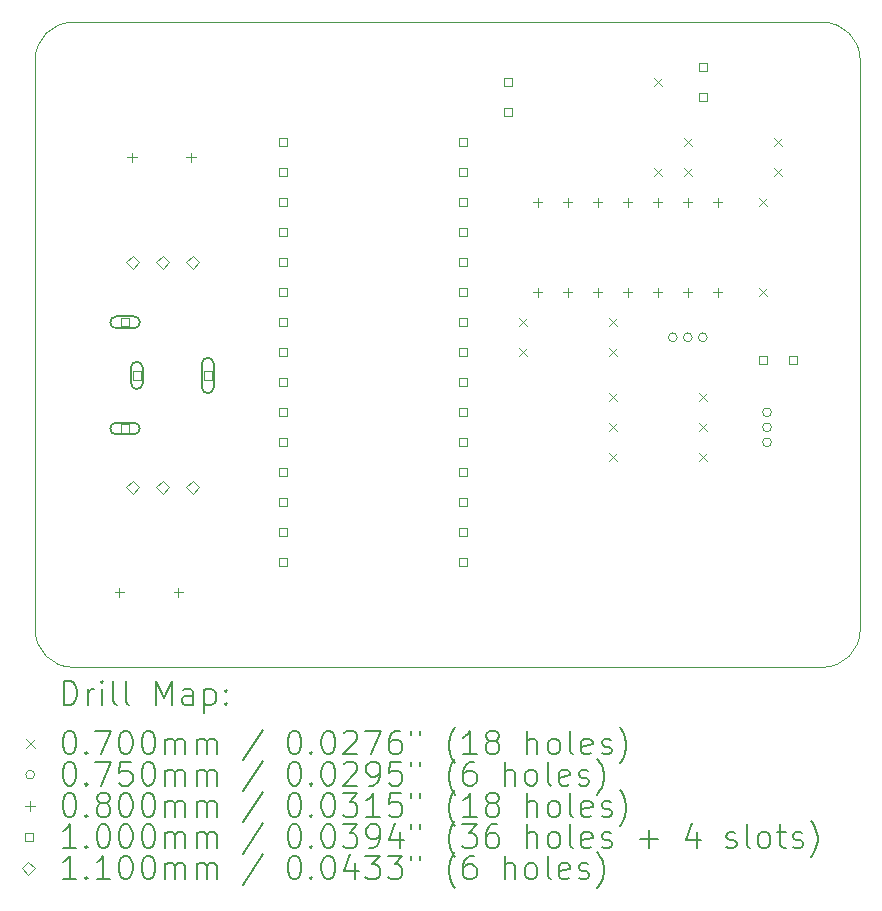
<source format=gbr>
%TF.GenerationSoftware,KiCad,Pcbnew,7.0.2*%
%TF.CreationDate,2024-03-01T12:34:08+01:00*%
%TF.ProjectId,piec_oszust,70696563-5f6f-4737-9a75-73742e6b6963,rev?*%
%TF.SameCoordinates,Original*%
%TF.FileFunction,Drillmap*%
%TF.FilePolarity,Positive*%
%FSLAX45Y45*%
G04 Gerber Fmt 4.5, Leading zero omitted, Abs format (unit mm)*
G04 Created by KiCad (PCBNEW 7.0.2) date 2024-03-01 12:34:08*
%MOMM*%
%LPD*%
G01*
G04 APERTURE LIST*
%ADD10C,0.100000*%
%ADD11C,0.200000*%
%ADD12C,0.070000*%
%ADD13C,0.075000*%
%ADD14C,0.080000*%
%ADD15C,0.110000*%
G04 APERTURE END LIST*
D10*
X3111500Y-4889500D02*
X3111500Y-9715500D01*
X9779000Y-4572000D02*
X3429000Y-4572000D01*
X10096500Y-9715500D02*
X10096500Y-4889500D01*
X3429000Y-10033000D02*
X9779000Y-10033000D01*
X3111500Y-9715500D02*
G75*
G03*
X3429000Y-10033000I317500J0D01*
G01*
X9779000Y-10033000D02*
G75*
G03*
X10096500Y-9715500I0J317500D01*
G01*
X10096500Y-4889500D02*
G75*
G03*
X9779000Y-4572000I-317500J0D01*
G01*
X3429000Y-4572000D02*
G75*
G03*
X3111500Y-4889500I0J-317500D01*
G01*
D11*
D12*
X7204000Y-7077000D02*
X7274000Y-7147000D01*
X7274000Y-7077000D02*
X7204000Y-7147000D01*
X7204000Y-7331000D02*
X7274000Y-7401000D01*
X7274000Y-7331000D02*
X7204000Y-7401000D01*
X7966000Y-7077000D02*
X8036000Y-7147000D01*
X8036000Y-7077000D02*
X7966000Y-7147000D01*
X7966000Y-7331000D02*
X8036000Y-7401000D01*
X8036000Y-7331000D02*
X7966000Y-7401000D01*
X7966000Y-7712000D02*
X8036000Y-7782000D01*
X8036000Y-7712000D02*
X7966000Y-7782000D01*
X7966000Y-7966000D02*
X8036000Y-8036000D01*
X8036000Y-7966000D02*
X7966000Y-8036000D01*
X7966000Y-8220000D02*
X8036000Y-8290000D01*
X8036000Y-8220000D02*
X7966000Y-8290000D01*
X8347000Y-5045000D02*
X8417000Y-5115000D01*
X8417000Y-5045000D02*
X8347000Y-5115000D01*
X8347000Y-5807000D02*
X8417000Y-5877000D01*
X8417000Y-5807000D02*
X8347000Y-5877000D01*
X8601000Y-5553000D02*
X8671000Y-5623000D01*
X8671000Y-5553000D02*
X8601000Y-5623000D01*
X8601000Y-5807000D02*
X8671000Y-5877000D01*
X8671000Y-5807000D02*
X8601000Y-5877000D01*
X8728000Y-7712000D02*
X8798000Y-7782000D01*
X8798000Y-7712000D02*
X8728000Y-7782000D01*
X8728000Y-7966000D02*
X8798000Y-8036000D01*
X8798000Y-7966000D02*
X8728000Y-8036000D01*
X8728000Y-8220000D02*
X8798000Y-8290000D01*
X8798000Y-8220000D02*
X8728000Y-8290000D01*
X9236000Y-6061000D02*
X9306000Y-6131000D01*
X9306000Y-6061000D02*
X9236000Y-6131000D01*
X9236000Y-6823000D02*
X9306000Y-6893000D01*
X9306000Y-6823000D02*
X9236000Y-6893000D01*
X9363000Y-5553000D02*
X9433000Y-5623000D01*
X9433000Y-5553000D02*
X9363000Y-5623000D01*
X9363000Y-5807000D02*
X9433000Y-5877000D01*
X9433000Y-5807000D02*
X9363000Y-5877000D01*
D13*
X8546500Y-7239000D02*
G75*
G03*
X8546500Y-7239000I-37500J0D01*
G01*
X8673500Y-7239000D02*
G75*
G03*
X8673500Y-7239000I-37500J0D01*
G01*
X8800500Y-7239000D02*
G75*
G03*
X8800500Y-7239000I-37500J0D01*
G01*
X9344500Y-7874000D02*
G75*
G03*
X9344500Y-7874000I-37500J0D01*
G01*
X9344500Y-8001000D02*
G75*
G03*
X9344500Y-8001000I-37500J0D01*
G01*
X9344500Y-8128000D02*
G75*
G03*
X9344500Y-8128000I-37500J0D01*
G01*
D14*
X3823735Y-9358000D02*
X3823735Y-9438000D01*
X3783735Y-9398000D02*
X3863735Y-9398000D01*
X3931265Y-5675000D02*
X3931265Y-5755000D01*
X3891265Y-5715000D02*
X3971265Y-5715000D01*
X4323735Y-9358000D02*
X4323735Y-9438000D01*
X4283735Y-9398000D02*
X4363735Y-9398000D01*
X4431265Y-5675000D02*
X4431265Y-5755000D01*
X4391265Y-5715000D02*
X4471265Y-5715000D01*
X7366000Y-6056000D02*
X7366000Y-6136000D01*
X7326000Y-6096000D02*
X7406000Y-6096000D01*
X7366000Y-6818000D02*
X7366000Y-6898000D01*
X7326000Y-6858000D02*
X7406000Y-6858000D01*
X7620000Y-6056000D02*
X7620000Y-6136000D01*
X7580000Y-6096000D02*
X7660000Y-6096000D01*
X7620000Y-6818000D02*
X7620000Y-6898000D01*
X7580000Y-6858000D02*
X7660000Y-6858000D01*
X7874000Y-6056000D02*
X7874000Y-6136000D01*
X7834000Y-6096000D02*
X7914000Y-6096000D01*
X7874000Y-6818000D02*
X7874000Y-6898000D01*
X7834000Y-6858000D02*
X7914000Y-6858000D01*
X8128000Y-6056000D02*
X8128000Y-6136000D01*
X8088000Y-6096000D02*
X8168000Y-6096000D01*
X8128000Y-6818000D02*
X8128000Y-6898000D01*
X8088000Y-6858000D02*
X8168000Y-6858000D01*
X8382000Y-6056000D02*
X8382000Y-6136000D01*
X8342000Y-6096000D02*
X8422000Y-6096000D01*
X8382000Y-6818000D02*
X8382000Y-6898000D01*
X8342000Y-6858000D02*
X8422000Y-6858000D01*
X8636000Y-6056000D02*
X8636000Y-6136000D01*
X8596000Y-6096000D02*
X8676000Y-6096000D01*
X8636000Y-6818000D02*
X8636000Y-6898000D01*
X8596000Y-6858000D02*
X8676000Y-6858000D01*
X8890000Y-6056000D02*
X8890000Y-6136000D01*
X8850000Y-6096000D02*
X8930000Y-6096000D01*
X8890000Y-6818000D02*
X8890000Y-6898000D01*
X8850000Y-6858000D02*
X8930000Y-6858000D01*
D10*
X3907356Y-7147356D02*
X3907356Y-7076644D01*
X3836644Y-7076644D01*
X3836644Y-7147356D01*
X3907356Y-7147356D01*
D11*
X3947000Y-7062000D02*
X3797000Y-7062000D01*
X3797000Y-7062000D02*
G75*
G03*
X3797000Y-7162000I0J-50000D01*
G01*
X3797000Y-7162000D02*
X3947000Y-7162000D01*
X3947000Y-7162000D02*
G75*
G03*
X3947000Y-7062000I0J50000D01*
G01*
D10*
X3907356Y-8047356D02*
X3907356Y-7976644D01*
X3836644Y-7976644D01*
X3836644Y-8047356D01*
X3907356Y-8047356D01*
D11*
X3947000Y-7962000D02*
X3797000Y-7962000D01*
X3797000Y-7962000D02*
G75*
G03*
X3797000Y-8062000I0J-50000D01*
G01*
X3797000Y-8062000D02*
X3947000Y-8062000D01*
X3947000Y-8062000D02*
G75*
G03*
X3947000Y-7962000I0J50000D01*
G01*
D10*
X4007356Y-7597356D02*
X4007356Y-7526644D01*
X3936644Y-7526644D01*
X3936644Y-7597356D01*
X4007356Y-7597356D01*
D11*
X3922000Y-7497000D02*
X3922000Y-7627000D01*
X3922000Y-7627000D02*
G75*
G03*
X4022000Y-7627000I50000J0D01*
G01*
X4022000Y-7627000D02*
X4022000Y-7497000D01*
X4022000Y-7497000D02*
G75*
G03*
X3922000Y-7497000I-50000J0D01*
G01*
D10*
X4607356Y-7597356D02*
X4607356Y-7526644D01*
X4536644Y-7526644D01*
X4536644Y-7597356D01*
X4607356Y-7597356D01*
D11*
X4522000Y-7462000D02*
X4522000Y-7662000D01*
X4522000Y-7662000D02*
G75*
G03*
X4622000Y-7662000I50000J0D01*
G01*
X4622000Y-7662000D02*
X4622000Y-7462000D01*
X4622000Y-7462000D02*
G75*
G03*
X4522000Y-7462000I-50000J0D01*
G01*
D10*
X5242356Y-5623356D02*
X5242356Y-5552644D01*
X5171644Y-5552644D01*
X5171644Y-5623356D01*
X5242356Y-5623356D01*
X5242356Y-5877356D02*
X5242356Y-5806644D01*
X5171644Y-5806644D01*
X5171644Y-5877356D01*
X5242356Y-5877356D01*
X5242356Y-6131356D02*
X5242356Y-6060644D01*
X5171644Y-6060644D01*
X5171644Y-6131356D01*
X5242356Y-6131356D01*
X5242356Y-6385356D02*
X5242356Y-6314644D01*
X5171644Y-6314644D01*
X5171644Y-6385356D01*
X5242356Y-6385356D01*
X5242356Y-6639356D02*
X5242356Y-6568644D01*
X5171644Y-6568644D01*
X5171644Y-6639356D01*
X5242356Y-6639356D01*
X5242356Y-6893356D02*
X5242356Y-6822644D01*
X5171644Y-6822644D01*
X5171644Y-6893356D01*
X5242356Y-6893356D01*
X5242356Y-7147356D02*
X5242356Y-7076644D01*
X5171644Y-7076644D01*
X5171644Y-7147356D01*
X5242356Y-7147356D01*
X5242356Y-7401356D02*
X5242356Y-7330644D01*
X5171644Y-7330644D01*
X5171644Y-7401356D01*
X5242356Y-7401356D01*
X5242356Y-7655356D02*
X5242356Y-7584644D01*
X5171644Y-7584644D01*
X5171644Y-7655356D01*
X5242356Y-7655356D01*
X5242356Y-7909356D02*
X5242356Y-7838644D01*
X5171644Y-7838644D01*
X5171644Y-7909356D01*
X5242356Y-7909356D01*
X5242356Y-8163356D02*
X5242356Y-8092644D01*
X5171644Y-8092644D01*
X5171644Y-8163356D01*
X5242356Y-8163356D01*
X5242356Y-8417356D02*
X5242356Y-8346644D01*
X5171644Y-8346644D01*
X5171644Y-8417356D01*
X5242356Y-8417356D01*
X5242356Y-8671356D02*
X5242356Y-8600644D01*
X5171644Y-8600644D01*
X5171644Y-8671356D01*
X5242356Y-8671356D01*
X5242356Y-8925356D02*
X5242356Y-8854644D01*
X5171644Y-8854644D01*
X5171644Y-8925356D01*
X5242356Y-8925356D01*
X5242356Y-9179356D02*
X5242356Y-9108644D01*
X5171644Y-9108644D01*
X5171644Y-9179356D01*
X5242356Y-9179356D01*
X6766356Y-5623356D02*
X6766356Y-5552644D01*
X6695644Y-5552644D01*
X6695644Y-5623356D01*
X6766356Y-5623356D01*
X6766356Y-5877356D02*
X6766356Y-5806644D01*
X6695644Y-5806644D01*
X6695644Y-5877356D01*
X6766356Y-5877356D01*
X6766356Y-6131356D02*
X6766356Y-6060644D01*
X6695644Y-6060644D01*
X6695644Y-6131356D01*
X6766356Y-6131356D01*
X6766356Y-6385356D02*
X6766356Y-6314644D01*
X6695644Y-6314644D01*
X6695644Y-6385356D01*
X6766356Y-6385356D01*
X6766356Y-6639356D02*
X6766356Y-6568644D01*
X6695644Y-6568644D01*
X6695644Y-6639356D01*
X6766356Y-6639356D01*
X6766356Y-6893356D02*
X6766356Y-6822644D01*
X6695644Y-6822644D01*
X6695644Y-6893356D01*
X6766356Y-6893356D01*
X6766356Y-7147356D02*
X6766356Y-7076644D01*
X6695644Y-7076644D01*
X6695644Y-7147356D01*
X6766356Y-7147356D01*
X6766356Y-7401356D02*
X6766356Y-7330644D01*
X6695644Y-7330644D01*
X6695644Y-7401356D01*
X6766356Y-7401356D01*
X6766356Y-7655356D02*
X6766356Y-7584644D01*
X6695644Y-7584644D01*
X6695644Y-7655356D01*
X6766356Y-7655356D01*
X6766356Y-7909356D02*
X6766356Y-7838644D01*
X6695644Y-7838644D01*
X6695644Y-7909356D01*
X6766356Y-7909356D01*
X6766356Y-8163356D02*
X6766356Y-8092644D01*
X6695644Y-8092644D01*
X6695644Y-8163356D01*
X6766356Y-8163356D01*
X6766356Y-8417356D02*
X6766356Y-8346644D01*
X6695644Y-8346644D01*
X6695644Y-8417356D01*
X6766356Y-8417356D01*
X6766356Y-8671356D02*
X6766356Y-8600644D01*
X6695644Y-8600644D01*
X6695644Y-8671356D01*
X6766356Y-8671356D01*
X6766356Y-8925356D02*
X6766356Y-8854644D01*
X6695644Y-8854644D01*
X6695644Y-8925356D01*
X6766356Y-8925356D01*
X6766356Y-9179356D02*
X6766356Y-9108644D01*
X6695644Y-9108644D01*
X6695644Y-9179356D01*
X6766356Y-9179356D01*
X7147356Y-5115356D02*
X7147356Y-5044644D01*
X7076644Y-5044644D01*
X7076644Y-5115356D01*
X7147356Y-5115356D01*
X7147356Y-5369356D02*
X7147356Y-5298644D01*
X7076644Y-5298644D01*
X7076644Y-5369356D01*
X7147356Y-5369356D01*
X8798356Y-4988356D02*
X8798356Y-4917644D01*
X8727644Y-4917644D01*
X8727644Y-4988356D01*
X8798356Y-4988356D01*
X8798356Y-5242356D02*
X8798356Y-5171644D01*
X8727644Y-5171644D01*
X8727644Y-5242356D01*
X8798356Y-5242356D01*
X9306356Y-7464856D02*
X9306356Y-7394144D01*
X9235644Y-7394144D01*
X9235644Y-7464856D01*
X9306356Y-7464856D01*
X9560356Y-7464856D02*
X9560356Y-7394144D01*
X9489644Y-7394144D01*
X9489644Y-7464856D01*
X9560356Y-7464856D01*
D15*
X3937000Y-6659000D02*
X3992000Y-6604000D01*
X3937000Y-6549000D01*
X3882000Y-6604000D01*
X3937000Y-6659000D01*
X3937000Y-8564000D02*
X3992000Y-8509000D01*
X3937000Y-8454000D01*
X3882000Y-8509000D01*
X3937000Y-8564000D01*
X4191000Y-6659000D02*
X4246000Y-6604000D01*
X4191000Y-6549000D01*
X4136000Y-6604000D01*
X4191000Y-6659000D01*
X4191000Y-8564000D02*
X4246000Y-8509000D01*
X4191000Y-8454000D01*
X4136000Y-8509000D01*
X4191000Y-8564000D01*
X4445000Y-6659000D02*
X4500000Y-6604000D01*
X4445000Y-6549000D01*
X4390000Y-6604000D01*
X4445000Y-6659000D01*
X4445000Y-8564000D02*
X4500000Y-8509000D01*
X4445000Y-8454000D01*
X4390000Y-8509000D01*
X4445000Y-8564000D01*
D11*
X3354119Y-10350524D02*
X3354119Y-10150524D01*
X3354119Y-10150524D02*
X3401738Y-10150524D01*
X3401738Y-10150524D02*
X3430309Y-10160048D01*
X3430309Y-10160048D02*
X3449357Y-10179095D01*
X3449357Y-10179095D02*
X3458881Y-10198143D01*
X3458881Y-10198143D02*
X3468405Y-10236238D01*
X3468405Y-10236238D02*
X3468405Y-10264810D01*
X3468405Y-10264810D02*
X3458881Y-10302905D01*
X3458881Y-10302905D02*
X3449357Y-10321952D01*
X3449357Y-10321952D02*
X3430309Y-10341000D01*
X3430309Y-10341000D02*
X3401738Y-10350524D01*
X3401738Y-10350524D02*
X3354119Y-10350524D01*
X3554119Y-10350524D02*
X3554119Y-10217190D01*
X3554119Y-10255286D02*
X3563643Y-10236238D01*
X3563643Y-10236238D02*
X3573167Y-10226714D01*
X3573167Y-10226714D02*
X3592214Y-10217190D01*
X3592214Y-10217190D02*
X3611262Y-10217190D01*
X3677928Y-10350524D02*
X3677928Y-10217190D01*
X3677928Y-10150524D02*
X3668405Y-10160048D01*
X3668405Y-10160048D02*
X3677928Y-10169571D01*
X3677928Y-10169571D02*
X3687452Y-10160048D01*
X3687452Y-10160048D02*
X3677928Y-10150524D01*
X3677928Y-10150524D02*
X3677928Y-10169571D01*
X3801738Y-10350524D02*
X3782690Y-10341000D01*
X3782690Y-10341000D02*
X3773167Y-10321952D01*
X3773167Y-10321952D02*
X3773167Y-10150524D01*
X3906500Y-10350524D02*
X3887452Y-10341000D01*
X3887452Y-10341000D02*
X3877928Y-10321952D01*
X3877928Y-10321952D02*
X3877928Y-10150524D01*
X4135071Y-10350524D02*
X4135071Y-10150524D01*
X4135071Y-10150524D02*
X4201738Y-10293381D01*
X4201738Y-10293381D02*
X4268405Y-10150524D01*
X4268405Y-10150524D02*
X4268405Y-10350524D01*
X4449357Y-10350524D02*
X4449357Y-10245762D01*
X4449357Y-10245762D02*
X4439833Y-10226714D01*
X4439833Y-10226714D02*
X4420786Y-10217190D01*
X4420786Y-10217190D02*
X4382690Y-10217190D01*
X4382690Y-10217190D02*
X4363643Y-10226714D01*
X4449357Y-10341000D02*
X4430310Y-10350524D01*
X4430310Y-10350524D02*
X4382690Y-10350524D01*
X4382690Y-10350524D02*
X4363643Y-10341000D01*
X4363643Y-10341000D02*
X4354119Y-10321952D01*
X4354119Y-10321952D02*
X4354119Y-10302905D01*
X4354119Y-10302905D02*
X4363643Y-10283857D01*
X4363643Y-10283857D02*
X4382690Y-10274333D01*
X4382690Y-10274333D02*
X4430310Y-10274333D01*
X4430310Y-10274333D02*
X4449357Y-10264810D01*
X4544595Y-10217190D02*
X4544595Y-10417190D01*
X4544595Y-10226714D02*
X4563643Y-10217190D01*
X4563643Y-10217190D02*
X4601738Y-10217190D01*
X4601738Y-10217190D02*
X4620786Y-10226714D01*
X4620786Y-10226714D02*
X4630310Y-10236238D01*
X4630310Y-10236238D02*
X4639833Y-10255286D01*
X4639833Y-10255286D02*
X4639833Y-10312429D01*
X4639833Y-10312429D02*
X4630310Y-10331476D01*
X4630310Y-10331476D02*
X4620786Y-10341000D01*
X4620786Y-10341000D02*
X4601738Y-10350524D01*
X4601738Y-10350524D02*
X4563643Y-10350524D01*
X4563643Y-10350524D02*
X4544595Y-10341000D01*
X4725548Y-10331476D02*
X4735071Y-10341000D01*
X4735071Y-10341000D02*
X4725548Y-10350524D01*
X4725548Y-10350524D02*
X4716024Y-10341000D01*
X4716024Y-10341000D02*
X4725548Y-10331476D01*
X4725548Y-10331476D02*
X4725548Y-10350524D01*
X4725548Y-10226714D02*
X4735071Y-10236238D01*
X4735071Y-10236238D02*
X4725548Y-10245762D01*
X4725548Y-10245762D02*
X4716024Y-10236238D01*
X4716024Y-10236238D02*
X4725548Y-10226714D01*
X4725548Y-10226714D02*
X4725548Y-10245762D01*
D12*
X3036500Y-10643000D02*
X3106500Y-10713000D01*
X3106500Y-10643000D02*
X3036500Y-10713000D01*
D11*
X3392214Y-10570524D02*
X3411262Y-10570524D01*
X3411262Y-10570524D02*
X3430309Y-10580048D01*
X3430309Y-10580048D02*
X3439833Y-10589571D01*
X3439833Y-10589571D02*
X3449357Y-10608619D01*
X3449357Y-10608619D02*
X3458881Y-10646714D01*
X3458881Y-10646714D02*
X3458881Y-10694333D01*
X3458881Y-10694333D02*
X3449357Y-10732429D01*
X3449357Y-10732429D02*
X3439833Y-10751476D01*
X3439833Y-10751476D02*
X3430309Y-10761000D01*
X3430309Y-10761000D02*
X3411262Y-10770524D01*
X3411262Y-10770524D02*
X3392214Y-10770524D01*
X3392214Y-10770524D02*
X3373167Y-10761000D01*
X3373167Y-10761000D02*
X3363643Y-10751476D01*
X3363643Y-10751476D02*
X3354119Y-10732429D01*
X3354119Y-10732429D02*
X3344595Y-10694333D01*
X3344595Y-10694333D02*
X3344595Y-10646714D01*
X3344595Y-10646714D02*
X3354119Y-10608619D01*
X3354119Y-10608619D02*
X3363643Y-10589571D01*
X3363643Y-10589571D02*
X3373167Y-10580048D01*
X3373167Y-10580048D02*
X3392214Y-10570524D01*
X3544595Y-10751476D02*
X3554119Y-10761000D01*
X3554119Y-10761000D02*
X3544595Y-10770524D01*
X3544595Y-10770524D02*
X3535071Y-10761000D01*
X3535071Y-10761000D02*
X3544595Y-10751476D01*
X3544595Y-10751476D02*
X3544595Y-10770524D01*
X3620786Y-10570524D02*
X3754119Y-10570524D01*
X3754119Y-10570524D02*
X3668405Y-10770524D01*
X3868405Y-10570524D02*
X3887452Y-10570524D01*
X3887452Y-10570524D02*
X3906500Y-10580048D01*
X3906500Y-10580048D02*
X3916024Y-10589571D01*
X3916024Y-10589571D02*
X3925548Y-10608619D01*
X3925548Y-10608619D02*
X3935071Y-10646714D01*
X3935071Y-10646714D02*
X3935071Y-10694333D01*
X3935071Y-10694333D02*
X3925548Y-10732429D01*
X3925548Y-10732429D02*
X3916024Y-10751476D01*
X3916024Y-10751476D02*
X3906500Y-10761000D01*
X3906500Y-10761000D02*
X3887452Y-10770524D01*
X3887452Y-10770524D02*
X3868405Y-10770524D01*
X3868405Y-10770524D02*
X3849357Y-10761000D01*
X3849357Y-10761000D02*
X3839833Y-10751476D01*
X3839833Y-10751476D02*
X3830309Y-10732429D01*
X3830309Y-10732429D02*
X3820786Y-10694333D01*
X3820786Y-10694333D02*
X3820786Y-10646714D01*
X3820786Y-10646714D02*
X3830309Y-10608619D01*
X3830309Y-10608619D02*
X3839833Y-10589571D01*
X3839833Y-10589571D02*
X3849357Y-10580048D01*
X3849357Y-10580048D02*
X3868405Y-10570524D01*
X4058881Y-10570524D02*
X4077929Y-10570524D01*
X4077929Y-10570524D02*
X4096976Y-10580048D01*
X4096976Y-10580048D02*
X4106500Y-10589571D01*
X4106500Y-10589571D02*
X4116024Y-10608619D01*
X4116024Y-10608619D02*
X4125548Y-10646714D01*
X4125548Y-10646714D02*
X4125548Y-10694333D01*
X4125548Y-10694333D02*
X4116024Y-10732429D01*
X4116024Y-10732429D02*
X4106500Y-10751476D01*
X4106500Y-10751476D02*
X4096976Y-10761000D01*
X4096976Y-10761000D02*
X4077929Y-10770524D01*
X4077929Y-10770524D02*
X4058881Y-10770524D01*
X4058881Y-10770524D02*
X4039833Y-10761000D01*
X4039833Y-10761000D02*
X4030309Y-10751476D01*
X4030309Y-10751476D02*
X4020786Y-10732429D01*
X4020786Y-10732429D02*
X4011262Y-10694333D01*
X4011262Y-10694333D02*
X4011262Y-10646714D01*
X4011262Y-10646714D02*
X4020786Y-10608619D01*
X4020786Y-10608619D02*
X4030309Y-10589571D01*
X4030309Y-10589571D02*
X4039833Y-10580048D01*
X4039833Y-10580048D02*
X4058881Y-10570524D01*
X4211262Y-10770524D02*
X4211262Y-10637190D01*
X4211262Y-10656238D02*
X4220786Y-10646714D01*
X4220786Y-10646714D02*
X4239833Y-10637190D01*
X4239833Y-10637190D02*
X4268405Y-10637190D01*
X4268405Y-10637190D02*
X4287452Y-10646714D01*
X4287452Y-10646714D02*
X4296976Y-10665762D01*
X4296976Y-10665762D02*
X4296976Y-10770524D01*
X4296976Y-10665762D02*
X4306500Y-10646714D01*
X4306500Y-10646714D02*
X4325548Y-10637190D01*
X4325548Y-10637190D02*
X4354119Y-10637190D01*
X4354119Y-10637190D02*
X4373167Y-10646714D01*
X4373167Y-10646714D02*
X4382691Y-10665762D01*
X4382691Y-10665762D02*
X4382691Y-10770524D01*
X4477929Y-10770524D02*
X4477929Y-10637190D01*
X4477929Y-10656238D02*
X4487452Y-10646714D01*
X4487452Y-10646714D02*
X4506500Y-10637190D01*
X4506500Y-10637190D02*
X4535072Y-10637190D01*
X4535072Y-10637190D02*
X4554119Y-10646714D01*
X4554119Y-10646714D02*
X4563643Y-10665762D01*
X4563643Y-10665762D02*
X4563643Y-10770524D01*
X4563643Y-10665762D02*
X4573167Y-10646714D01*
X4573167Y-10646714D02*
X4592214Y-10637190D01*
X4592214Y-10637190D02*
X4620786Y-10637190D01*
X4620786Y-10637190D02*
X4639833Y-10646714D01*
X4639833Y-10646714D02*
X4649357Y-10665762D01*
X4649357Y-10665762D02*
X4649357Y-10770524D01*
X5039833Y-10561000D02*
X4868405Y-10818143D01*
X5296976Y-10570524D02*
X5316024Y-10570524D01*
X5316024Y-10570524D02*
X5335072Y-10580048D01*
X5335072Y-10580048D02*
X5344595Y-10589571D01*
X5344595Y-10589571D02*
X5354119Y-10608619D01*
X5354119Y-10608619D02*
X5363643Y-10646714D01*
X5363643Y-10646714D02*
X5363643Y-10694333D01*
X5363643Y-10694333D02*
X5354119Y-10732429D01*
X5354119Y-10732429D02*
X5344595Y-10751476D01*
X5344595Y-10751476D02*
X5335072Y-10761000D01*
X5335072Y-10761000D02*
X5316024Y-10770524D01*
X5316024Y-10770524D02*
X5296976Y-10770524D01*
X5296976Y-10770524D02*
X5277929Y-10761000D01*
X5277929Y-10761000D02*
X5268405Y-10751476D01*
X5268405Y-10751476D02*
X5258881Y-10732429D01*
X5258881Y-10732429D02*
X5249357Y-10694333D01*
X5249357Y-10694333D02*
X5249357Y-10646714D01*
X5249357Y-10646714D02*
X5258881Y-10608619D01*
X5258881Y-10608619D02*
X5268405Y-10589571D01*
X5268405Y-10589571D02*
X5277929Y-10580048D01*
X5277929Y-10580048D02*
X5296976Y-10570524D01*
X5449357Y-10751476D02*
X5458881Y-10761000D01*
X5458881Y-10761000D02*
X5449357Y-10770524D01*
X5449357Y-10770524D02*
X5439834Y-10761000D01*
X5439834Y-10761000D02*
X5449357Y-10751476D01*
X5449357Y-10751476D02*
X5449357Y-10770524D01*
X5582691Y-10570524D02*
X5601738Y-10570524D01*
X5601738Y-10570524D02*
X5620786Y-10580048D01*
X5620786Y-10580048D02*
X5630310Y-10589571D01*
X5630310Y-10589571D02*
X5639833Y-10608619D01*
X5639833Y-10608619D02*
X5649357Y-10646714D01*
X5649357Y-10646714D02*
X5649357Y-10694333D01*
X5649357Y-10694333D02*
X5639833Y-10732429D01*
X5639833Y-10732429D02*
X5630310Y-10751476D01*
X5630310Y-10751476D02*
X5620786Y-10761000D01*
X5620786Y-10761000D02*
X5601738Y-10770524D01*
X5601738Y-10770524D02*
X5582691Y-10770524D01*
X5582691Y-10770524D02*
X5563643Y-10761000D01*
X5563643Y-10761000D02*
X5554119Y-10751476D01*
X5554119Y-10751476D02*
X5544595Y-10732429D01*
X5544595Y-10732429D02*
X5535072Y-10694333D01*
X5535072Y-10694333D02*
X5535072Y-10646714D01*
X5535072Y-10646714D02*
X5544595Y-10608619D01*
X5544595Y-10608619D02*
X5554119Y-10589571D01*
X5554119Y-10589571D02*
X5563643Y-10580048D01*
X5563643Y-10580048D02*
X5582691Y-10570524D01*
X5725548Y-10589571D02*
X5735072Y-10580048D01*
X5735072Y-10580048D02*
X5754119Y-10570524D01*
X5754119Y-10570524D02*
X5801738Y-10570524D01*
X5801738Y-10570524D02*
X5820786Y-10580048D01*
X5820786Y-10580048D02*
X5830310Y-10589571D01*
X5830310Y-10589571D02*
X5839833Y-10608619D01*
X5839833Y-10608619D02*
X5839833Y-10627667D01*
X5839833Y-10627667D02*
X5830310Y-10656238D01*
X5830310Y-10656238D02*
X5716024Y-10770524D01*
X5716024Y-10770524D02*
X5839833Y-10770524D01*
X5906500Y-10570524D02*
X6039833Y-10570524D01*
X6039833Y-10570524D02*
X5954119Y-10770524D01*
X6201738Y-10570524D02*
X6163643Y-10570524D01*
X6163643Y-10570524D02*
X6144595Y-10580048D01*
X6144595Y-10580048D02*
X6135072Y-10589571D01*
X6135072Y-10589571D02*
X6116024Y-10618143D01*
X6116024Y-10618143D02*
X6106500Y-10656238D01*
X6106500Y-10656238D02*
X6106500Y-10732429D01*
X6106500Y-10732429D02*
X6116024Y-10751476D01*
X6116024Y-10751476D02*
X6125548Y-10761000D01*
X6125548Y-10761000D02*
X6144595Y-10770524D01*
X6144595Y-10770524D02*
X6182691Y-10770524D01*
X6182691Y-10770524D02*
X6201738Y-10761000D01*
X6201738Y-10761000D02*
X6211262Y-10751476D01*
X6211262Y-10751476D02*
X6220786Y-10732429D01*
X6220786Y-10732429D02*
X6220786Y-10684810D01*
X6220786Y-10684810D02*
X6211262Y-10665762D01*
X6211262Y-10665762D02*
X6201738Y-10656238D01*
X6201738Y-10656238D02*
X6182691Y-10646714D01*
X6182691Y-10646714D02*
X6144595Y-10646714D01*
X6144595Y-10646714D02*
X6125548Y-10656238D01*
X6125548Y-10656238D02*
X6116024Y-10665762D01*
X6116024Y-10665762D02*
X6106500Y-10684810D01*
X6296976Y-10570524D02*
X6296976Y-10608619D01*
X6373167Y-10570524D02*
X6373167Y-10608619D01*
X6668405Y-10846714D02*
X6658881Y-10837190D01*
X6658881Y-10837190D02*
X6639834Y-10808619D01*
X6639834Y-10808619D02*
X6630310Y-10789571D01*
X6630310Y-10789571D02*
X6620786Y-10761000D01*
X6620786Y-10761000D02*
X6611262Y-10713381D01*
X6611262Y-10713381D02*
X6611262Y-10675286D01*
X6611262Y-10675286D02*
X6620786Y-10627667D01*
X6620786Y-10627667D02*
X6630310Y-10599095D01*
X6630310Y-10599095D02*
X6639834Y-10580048D01*
X6639834Y-10580048D02*
X6658881Y-10551476D01*
X6658881Y-10551476D02*
X6668405Y-10541952D01*
X6849357Y-10770524D02*
X6735072Y-10770524D01*
X6792214Y-10770524D02*
X6792214Y-10570524D01*
X6792214Y-10570524D02*
X6773167Y-10599095D01*
X6773167Y-10599095D02*
X6754119Y-10618143D01*
X6754119Y-10618143D02*
X6735072Y-10627667D01*
X6963643Y-10656238D02*
X6944595Y-10646714D01*
X6944595Y-10646714D02*
X6935072Y-10637190D01*
X6935072Y-10637190D02*
X6925548Y-10618143D01*
X6925548Y-10618143D02*
X6925548Y-10608619D01*
X6925548Y-10608619D02*
X6935072Y-10589571D01*
X6935072Y-10589571D02*
X6944595Y-10580048D01*
X6944595Y-10580048D02*
X6963643Y-10570524D01*
X6963643Y-10570524D02*
X7001738Y-10570524D01*
X7001738Y-10570524D02*
X7020786Y-10580048D01*
X7020786Y-10580048D02*
X7030310Y-10589571D01*
X7030310Y-10589571D02*
X7039834Y-10608619D01*
X7039834Y-10608619D02*
X7039834Y-10618143D01*
X7039834Y-10618143D02*
X7030310Y-10637190D01*
X7030310Y-10637190D02*
X7020786Y-10646714D01*
X7020786Y-10646714D02*
X7001738Y-10656238D01*
X7001738Y-10656238D02*
X6963643Y-10656238D01*
X6963643Y-10656238D02*
X6944595Y-10665762D01*
X6944595Y-10665762D02*
X6935072Y-10675286D01*
X6935072Y-10675286D02*
X6925548Y-10694333D01*
X6925548Y-10694333D02*
X6925548Y-10732429D01*
X6925548Y-10732429D02*
X6935072Y-10751476D01*
X6935072Y-10751476D02*
X6944595Y-10761000D01*
X6944595Y-10761000D02*
X6963643Y-10770524D01*
X6963643Y-10770524D02*
X7001738Y-10770524D01*
X7001738Y-10770524D02*
X7020786Y-10761000D01*
X7020786Y-10761000D02*
X7030310Y-10751476D01*
X7030310Y-10751476D02*
X7039834Y-10732429D01*
X7039834Y-10732429D02*
X7039834Y-10694333D01*
X7039834Y-10694333D02*
X7030310Y-10675286D01*
X7030310Y-10675286D02*
X7020786Y-10665762D01*
X7020786Y-10665762D02*
X7001738Y-10656238D01*
X7277929Y-10770524D02*
X7277929Y-10570524D01*
X7363643Y-10770524D02*
X7363643Y-10665762D01*
X7363643Y-10665762D02*
X7354119Y-10646714D01*
X7354119Y-10646714D02*
X7335072Y-10637190D01*
X7335072Y-10637190D02*
X7306500Y-10637190D01*
X7306500Y-10637190D02*
X7287453Y-10646714D01*
X7287453Y-10646714D02*
X7277929Y-10656238D01*
X7487453Y-10770524D02*
X7468405Y-10761000D01*
X7468405Y-10761000D02*
X7458881Y-10751476D01*
X7458881Y-10751476D02*
X7449357Y-10732429D01*
X7449357Y-10732429D02*
X7449357Y-10675286D01*
X7449357Y-10675286D02*
X7458881Y-10656238D01*
X7458881Y-10656238D02*
X7468405Y-10646714D01*
X7468405Y-10646714D02*
X7487453Y-10637190D01*
X7487453Y-10637190D02*
X7516024Y-10637190D01*
X7516024Y-10637190D02*
X7535072Y-10646714D01*
X7535072Y-10646714D02*
X7544596Y-10656238D01*
X7544596Y-10656238D02*
X7554119Y-10675286D01*
X7554119Y-10675286D02*
X7554119Y-10732429D01*
X7554119Y-10732429D02*
X7544596Y-10751476D01*
X7544596Y-10751476D02*
X7535072Y-10761000D01*
X7535072Y-10761000D02*
X7516024Y-10770524D01*
X7516024Y-10770524D02*
X7487453Y-10770524D01*
X7668405Y-10770524D02*
X7649357Y-10761000D01*
X7649357Y-10761000D02*
X7639834Y-10741952D01*
X7639834Y-10741952D02*
X7639834Y-10570524D01*
X7820786Y-10761000D02*
X7801738Y-10770524D01*
X7801738Y-10770524D02*
X7763643Y-10770524D01*
X7763643Y-10770524D02*
X7744596Y-10761000D01*
X7744596Y-10761000D02*
X7735072Y-10741952D01*
X7735072Y-10741952D02*
X7735072Y-10665762D01*
X7735072Y-10665762D02*
X7744596Y-10646714D01*
X7744596Y-10646714D02*
X7763643Y-10637190D01*
X7763643Y-10637190D02*
X7801738Y-10637190D01*
X7801738Y-10637190D02*
X7820786Y-10646714D01*
X7820786Y-10646714D02*
X7830310Y-10665762D01*
X7830310Y-10665762D02*
X7830310Y-10684810D01*
X7830310Y-10684810D02*
X7735072Y-10703857D01*
X7906500Y-10761000D02*
X7925548Y-10770524D01*
X7925548Y-10770524D02*
X7963643Y-10770524D01*
X7963643Y-10770524D02*
X7982691Y-10761000D01*
X7982691Y-10761000D02*
X7992215Y-10741952D01*
X7992215Y-10741952D02*
X7992215Y-10732429D01*
X7992215Y-10732429D02*
X7982691Y-10713381D01*
X7982691Y-10713381D02*
X7963643Y-10703857D01*
X7963643Y-10703857D02*
X7935072Y-10703857D01*
X7935072Y-10703857D02*
X7916024Y-10694333D01*
X7916024Y-10694333D02*
X7906500Y-10675286D01*
X7906500Y-10675286D02*
X7906500Y-10665762D01*
X7906500Y-10665762D02*
X7916024Y-10646714D01*
X7916024Y-10646714D02*
X7935072Y-10637190D01*
X7935072Y-10637190D02*
X7963643Y-10637190D01*
X7963643Y-10637190D02*
X7982691Y-10646714D01*
X8058881Y-10846714D02*
X8068405Y-10837190D01*
X8068405Y-10837190D02*
X8087453Y-10808619D01*
X8087453Y-10808619D02*
X8096977Y-10789571D01*
X8096977Y-10789571D02*
X8106500Y-10761000D01*
X8106500Y-10761000D02*
X8116024Y-10713381D01*
X8116024Y-10713381D02*
X8116024Y-10675286D01*
X8116024Y-10675286D02*
X8106500Y-10627667D01*
X8106500Y-10627667D02*
X8096977Y-10599095D01*
X8096977Y-10599095D02*
X8087453Y-10580048D01*
X8087453Y-10580048D02*
X8068405Y-10551476D01*
X8068405Y-10551476D02*
X8058881Y-10541952D01*
D13*
X3106500Y-10942000D02*
G75*
G03*
X3106500Y-10942000I-37500J0D01*
G01*
D11*
X3392214Y-10834524D02*
X3411262Y-10834524D01*
X3411262Y-10834524D02*
X3430309Y-10844048D01*
X3430309Y-10844048D02*
X3439833Y-10853571D01*
X3439833Y-10853571D02*
X3449357Y-10872619D01*
X3449357Y-10872619D02*
X3458881Y-10910714D01*
X3458881Y-10910714D02*
X3458881Y-10958333D01*
X3458881Y-10958333D02*
X3449357Y-10996429D01*
X3449357Y-10996429D02*
X3439833Y-11015476D01*
X3439833Y-11015476D02*
X3430309Y-11025000D01*
X3430309Y-11025000D02*
X3411262Y-11034524D01*
X3411262Y-11034524D02*
X3392214Y-11034524D01*
X3392214Y-11034524D02*
X3373167Y-11025000D01*
X3373167Y-11025000D02*
X3363643Y-11015476D01*
X3363643Y-11015476D02*
X3354119Y-10996429D01*
X3354119Y-10996429D02*
X3344595Y-10958333D01*
X3344595Y-10958333D02*
X3344595Y-10910714D01*
X3344595Y-10910714D02*
X3354119Y-10872619D01*
X3354119Y-10872619D02*
X3363643Y-10853571D01*
X3363643Y-10853571D02*
X3373167Y-10844048D01*
X3373167Y-10844048D02*
X3392214Y-10834524D01*
X3544595Y-11015476D02*
X3554119Y-11025000D01*
X3554119Y-11025000D02*
X3544595Y-11034524D01*
X3544595Y-11034524D02*
X3535071Y-11025000D01*
X3535071Y-11025000D02*
X3544595Y-11015476D01*
X3544595Y-11015476D02*
X3544595Y-11034524D01*
X3620786Y-10834524D02*
X3754119Y-10834524D01*
X3754119Y-10834524D02*
X3668405Y-11034524D01*
X3925548Y-10834524D02*
X3830309Y-10834524D01*
X3830309Y-10834524D02*
X3820786Y-10929762D01*
X3820786Y-10929762D02*
X3830309Y-10920238D01*
X3830309Y-10920238D02*
X3849357Y-10910714D01*
X3849357Y-10910714D02*
X3896976Y-10910714D01*
X3896976Y-10910714D02*
X3916024Y-10920238D01*
X3916024Y-10920238D02*
X3925548Y-10929762D01*
X3925548Y-10929762D02*
X3935071Y-10948810D01*
X3935071Y-10948810D02*
X3935071Y-10996429D01*
X3935071Y-10996429D02*
X3925548Y-11015476D01*
X3925548Y-11015476D02*
X3916024Y-11025000D01*
X3916024Y-11025000D02*
X3896976Y-11034524D01*
X3896976Y-11034524D02*
X3849357Y-11034524D01*
X3849357Y-11034524D02*
X3830309Y-11025000D01*
X3830309Y-11025000D02*
X3820786Y-11015476D01*
X4058881Y-10834524D02*
X4077929Y-10834524D01*
X4077929Y-10834524D02*
X4096976Y-10844048D01*
X4096976Y-10844048D02*
X4106500Y-10853571D01*
X4106500Y-10853571D02*
X4116024Y-10872619D01*
X4116024Y-10872619D02*
X4125548Y-10910714D01*
X4125548Y-10910714D02*
X4125548Y-10958333D01*
X4125548Y-10958333D02*
X4116024Y-10996429D01*
X4116024Y-10996429D02*
X4106500Y-11015476D01*
X4106500Y-11015476D02*
X4096976Y-11025000D01*
X4096976Y-11025000D02*
X4077929Y-11034524D01*
X4077929Y-11034524D02*
X4058881Y-11034524D01*
X4058881Y-11034524D02*
X4039833Y-11025000D01*
X4039833Y-11025000D02*
X4030309Y-11015476D01*
X4030309Y-11015476D02*
X4020786Y-10996429D01*
X4020786Y-10996429D02*
X4011262Y-10958333D01*
X4011262Y-10958333D02*
X4011262Y-10910714D01*
X4011262Y-10910714D02*
X4020786Y-10872619D01*
X4020786Y-10872619D02*
X4030309Y-10853571D01*
X4030309Y-10853571D02*
X4039833Y-10844048D01*
X4039833Y-10844048D02*
X4058881Y-10834524D01*
X4211262Y-11034524D02*
X4211262Y-10901190D01*
X4211262Y-10920238D02*
X4220786Y-10910714D01*
X4220786Y-10910714D02*
X4239833Y-10901190D01*
X4239833Y-10901190D02*
X4268405Y-10901190D01*
X4268405Y-10901190D02*
X4287452Y-10910714D01*
X4287452Y-10910714D02*
X4296976Y-10929762D01*
X4296976Y-10929762D02*
X4296976Y-11034524D01*
X4296976Y-10929762D02*
X4306500Y-10910714D01*
X4306500Y-10910714D02*
X4325548Y-10901190D01*
X4325548Y-10901190D02*
X4354119Y-10901190D01*
X4354119Y-10901190D02*
X4373167Y-10910714D01*
X4373167Y-10910714D02*
X4382691Y-10929762D01*
X4382691Y-10929762D02*
X4382691Y-11034524D01*
X4477929Y-11034524D02*
X4477929Y-10901190D01*
X4477929Y-10920238D02*
X4487452Y-10910714D01*
X4487452Y-10910714D02*
X4506500Y-10901190D01*
X4506500Y-10901190D02*
X4535072Y-10901190D01*
X4535072Y-10901190D02*
X4554119Y-10910714D01*
X4554119Y-10910714D02*
X4563643Y-10929762D01*
X4563643Y-10929762D02*
X4563643Y-11034524D01*
X4563643Y-10929762D02*
X4573167Y-10910714D01*
X4573167Y-10910714D02*
X4592214Y-10901190D01*
X4592214Y-10901190D02*
X4620786Y-10901190D01*
X4620786Y-10901190D02*
X4639833Y-10910714D01*
X4639833Y-10910714D02*
X4649357Y-10929762D01*
X4649357Y-10929762D02*
X4649357Y-11034524D01*
X5039833Y-10825000D02*
X4868405Y-11082143D01*
X5296976Y-10834524D02*
X5316024Y-10834524D01*
X5316024Y-10834524D02*
X5335072Y-10844048D01*
X5335072Y-10844048D02*
X5344595Y-10853571D01*
X5344595Y-10853571D02*
X5354119Y-10872619D01*
X5354119Y-10872619D02*
X5363643Y-10910714D01*
X5363643Y-10910714D02*
X5363643Y-10958333D01*
X5363643Y-10958333D02*
X5354119Y-10996429D01*
X5354119Y-10996429D02*
X5344595Y-11015476D01*
X5344595Y-11015476D02*
X5335072Y-11025000D01*
X5335072Y-11025000D02*
X5316024Y-11034524D01*
X5316024Y-11034524D02*
X5296976Y-11034524D01*
X5296976Y-11034524D02*
X5277929Y-11025000D01*
X5277929Y-11025000D02*
X5268405Y-11015476D01*
X5268405Y-11015476D02*
X5258881Y-10996429D01*
X5258881Y-10996429D02*
X5249357Y-10958333D01*
X5249357Y-10958333D02*
X5249357Y-10910714D01*
X5249357Y-10910714D02*
X5258881Y-10872619D01*
X5258881Y-10872619D02*
X5268405Y-10853571D01*
X5268405Y-10853571D02*
X5277929Y-10844048D01*
X5277929Y-10844048D02*
X5296976Y-10834524D01*
X5449357Y-11015476D02*
X5458881Y-11025000D01*
X5458881Y-11025000D02*
X5449357Y-11034524D01*
X5449357Y-11034524D02*
X5439834Y-11025000D01*
X5439834Y-11025000D02*
X5449357Y-11015476D01*
X5449357Y-11015476D02*
X5449357Y-11034524D01*
X5582691Y-10834524D02*
X5601738Y-10834524D01*
X5601738Y-10834524D02*
X5620786Y-10844048D01*
X5620786Y-10844048D02*
X5630310Y-10853571D01*
X5630310Y-10853571D02*
X5639833Y-10872619D01*
X5639833Y-10872619D02*
X5649357Y-10910714D01*
X5649357Y-10910714D02*
X5649357Y-10958333D01*
X5649357Y-10958333D02*
X5639833Y-10996429D01*
X5639833Y-10996429D02*
X5630310Y-11015476D01*
X5630310Y-11015476D02*
X5620786Y-11025000D01*
X5620786Y-11025000D02*
X5601738Y-11034524D01*
X5601738Y-11034524D02*
X5582691Y-11034524D01*
X5582691Y-11034524D02*
X5563643Y-11025000D01*
X5563643Y-11025000D02*
X5554119Y-11015476D01*
X5554119Y-11015476D02*
X5544595Y-10996429D01*
X5544595Y-10996429D02*
X5535072Y-10958333D01*
X5535072Y-10958333D02*
X5535072Y-10910714D01*
X5535072Y-10910714D02*
X5544595Y-10872619D01*
X5544595Y-10872619D02*
X5554119Y-10853571D01*
X5554119Y-10853571D02*
X5563643Y-10844048D01*
X5563643Y-10844048D02*
X5582691Y-10834524D01*
X5725548Y-10853571D02*
X5735072Y-10844048D01*
X5735072Y-10844048D02*
X5754119Y-10834524D01*
X5754119Y-10834524D02*
X5801738Y-10834524D01*
X5801738Y-10834524D02*
X5820786Y-10844048D01*
X5820786Y-10844048D02*
X5830310Y-10853571D01*
X5830310Y-10853571D02*
X5839833Y-10872619D01*
X5839833Y-10872619D02*
X5839833Y-10891667D01*
X5839833Y-10891667D02*
X5830310Y-10920238D01*
X5830310Y-10920238D02*
X5716024Y-11034524D01*
X5716024Y-11034524D02*
X5839833Y-11034524D01*
X5935072Y-11034524D02*
X5973167Y-11034524D01*
X5973167Y-11034524D02*
X5992214Y-11025000D01*
X5992214Y-11025000D02*
X6001738Y-11015476D01*
X6001738Y-11015476D02*
X6020786Y-10986905D01*
X6020786Y-10986905D02*
X6030310Y-10948810D01*
X6030310Y-10948810D02*
X6030310Y-10872619D01*
X6030310Y-10872619D02*
X6020786Y-10853571D01*
X6020786Y-10853571D02*
X6011262Y-10844048D01*
X6011262Y-10844048D02*
X5992214Y-10834524D01*
X5992214Y-10834524D02*
X5954119Y-10834524D01*
X5954119Y-10834524D02*
X5935072Y-10844048D01*
X5935072Y-10844048D02*
X5925548Y-10853571D01*
X5925548Y-10853571D02*
X5916024Y-10872619D01*
X5916024Y-10872619D02*
X5916024Y-10920238D01*
X5916024Y-10920238D02*
X5925548Y-10939286D01*
X5925548Y-10939286D02*
X5935072Y-10948810D01*
X5935072Y-10948810D02*
X5954119Y-10958333D01*
X5954119Y-10958333D02*
X5992214Y-10958333D01*
X5992214Y-10958333D02*
X6011262Y-10948810D01*
X6011262Y-10948810D02*
X6020786Y-10939286D01*
X6020786Y-10939286D02*
X6030310Y-10920238D01*
X6211262Y-10834524D02*
X6116024Y-10834524D01*
X6116024Y-10834524D02*
X6106500Y-10929762D01*
X6106500Y-10929762D02*
X6116024Y-10920238D01*
X6116024Y-10920238D02*
X6135072Y-10910714D01*
X6135072Y-10910714D02*
X6182691Y-10910714D01*
X6182691Y-10910714D02*
X6201738Y-10920238D01*
X6201738Y-10920238D02*
X6211262Y-10929762D01*
X6211262Y-10929762D02*
X6220786Y-10948810D01*
X6220786Y-10948810D02*
X6220786Y-10996429D01*
X6220786Y-10996429D02*
X6211262Y-11015476D01*
X6211262Y-11015476D02*
X6201738Y-11025000D01*
X6201738Y-11025000D02*
X6182691Y-11034524D01*
X6182691Y-11034524D02*
X6135072Y-11034524D01*
X6135072Y-11034524D02*
X6116024Y-11025000D01*
X6116024Y-11025000D02*
X6106500Y-11015476D01*
X6296976Y-10834524D02*
X6296976Y-10872619D01*
X6373167Y-10834524D02*
X6373167Y-10872619D01*
X6668405Y-11110714D02*
X6658881Y-11101190D01*
X6658881Y-11101190D02*
X6639834Y-11072619D01*
X6639834Y-11072619D02*
X6630310Y-11053571D01*
X6630310Y-11053571D02*
X6620786Y-11025000D01*
X6620786Y-11025000D02*
X6611262Y-10977381D01*
X6611262Y-10977381D02*
X6611262Y-10939286D01*
X6611262Y-10939286D02*
X6620786Y-10891667D01*
X6620786Y-10891667D02*
X6630310Y-10863095D01*
X6630310Y-10863095D02*
X6639834Y-10844048D01*
X6639834Y-10844048D02*
X6658881Y-10815476D01*
X6658881Y-10815476D02*
X6668405Y-10805952D01*
X6830310Y-10834524D02*
X6792214Y-10834524D01*
X6792214Y-10834524D02*
X6773167Y-10844048D01*
X6773167Y-10844048D02*
X6763643Y-10853571D01*
X6763643Y-10853571D02*
X6744595Y-10882143D01*
X6744595Y-10882143D02*
X6735072Y-10920238D01*
X6735072Y-10920238D02*
X6735072Y-10996429D01*
X6735072Y-10996429D02*
X6744595Y-11015476D01*
X6744595Y-11015476D02*
X6754119Y-11025000D01*
X6754119Y-11025000D02*
X6773167Y-11034524D01*
X6773167Y-11034524D02*
X6811262Y-11034524D01*
X6811262Y-11034524D02*
X6830310Y-11025000D01*
X6830310Y-11025000D02*
X6839834Y-11015476D01*
X6839834Y-11015476D02*
X6849357Y-10996429D01*
X6849357Y-10996429D02*
X6849357Y-10948810D01*
X6849357Y-10948810D02*
X6839834Y-10929762D01*
X6839834Y-10929762D02*
X6830310Y-10920238D01*
X6830310Y-10920238D02*
X6811262Y-10910714D01*
X6811262Y-10910714D02*
X6773167Y-10910714D01*
X6773167Y-10910714D02*
X6754119Y-10920238D01*
X6754119Y-10920238D02*
X6744595Y-10929762D01*
X6744595Y-10929762D02*
X6735072Y-10948810D01*
X7087453Y-11034524D02*
X7087453Y-10834524D01*
X7173167Y-11034524D02*
X7173167Y-10929762D01*
X7173167Y-10929762D02*
X7163643Y-10910714D01*
X7163643Y-10910714D02*
X7144596Y-10901190D01*
X7144596Y-10901190D02*
X7116024Y-10901190D01*
X7116024Y-10901190D02*
X7096976Y-10910714D01*
X7096976Y-10910714D02*
X7087453Y-10920238D01*
X7296976Y-11034524D02*
X7277929Y-11025000D01*
X7277929Y-11025000D02*
X7268405Y-11015476D01*
X7268405Y-11015476D02*
X7258881Y-10996429D01*
X7258881Y-10996429D02*
X7258881Y-10939286D01*
X7258881Y-10939286D02*
X7268405Y-10920238D01*
X7268405Y-10920238D02*
X7277929Y-10910714D01*
X7277929Y-10910714D02*
X7296976Y-10901190D01*
X7296976Y-10901190D02*
X7325548Y-10901190D01*
X7325548Y-10901190D02*
X7344596Y-10910714D01*
X7344596Y-10910714D02*
X7354119Y-10920238D01*
X7354119Y-10920238D02*
X7363643Y-10939286D01*
X7363643Y-10939286D02*
X7363643Y-10996429D01*
X7363643Y-10996429D02*
X7354119Y-11015476D01*
X7354119Y-11015476D02*
X7344596Y-11025000D01*
X7344596Y-11025000D02*
X7325548Y-11034524D01*
X7325548Y-11034524D02*
X7296976Y-11034524D01*
X7477929Y-11034524D02*
X7458881Y-11025000D01*
X7458881Y-11025000D02*
X7449357Y-11005952D01*
X7449357Y-11005952D02*
X7449357Y-10834524D01*
X7630310Y-11025000D02*
X7611262Y-11034524D01*
X7611262Y-11034524D02*
X7573167Y-11034524D01*
X7573167Y-11034524D02*
X7554119Y-11025000D01*
X7554119Y-11025000D02*
X7544596Y-11005952D01*
X7544596Y-11005952D02*
X7544596Y-10929762D01*
X7544596Y-10929762D02*
X7554119Y-10910714D01*
X7554119Y-10910714D02*
X7573167Y-10901190D01*
X7573167Y-10901190D02*
X7611262Y-10901190D01*
X7611262Y-10901190D02*
X7630310Y-10910714D01*
X7630310Y-10910714D02*
X7639834Y-10929762D01*
X7639834Y-10929762D02*
X7639834Y-10948810D01*
X7639834Y-10948810D02*
X7544596Y-10967857D01*
X7716024Y-11025000D02*
X7735072Y-11034524D01*
X7735072Y-11034524D02*
X7773167Y-11034524D01*
X7773167Y-11034524D02*
X7792215Y-11025000D01*
X7792215Y-11025000D02*
X7801738Y-11005952D01*
X7801738Y-11005952D02*
X7801738Y-10996429D01*
X7801738Y-10996429D02*
X7792215Y-10977381D01*
X7792215Y-10977381D02*
X7773167Y-10967857D01*
X7773167Y-10967857D02*
X7744596Y-10967857D01*
X7744596Y-10967857D02*
X7725548Y-10958333D01*
X7725548Y-10958333D02*
X7716024Y-10939286D01*
X7716024Y-10939286D02*
X7716024Y-10929762D01*
X7716024Y-10929762D02*
X7725548Y-10910714D01*
X7725548Y-10910714D02*
X7744596Y-10901190D01*
X7744596Y-10901190D02*
X7773167Y-10901190D01*
X7773167Y-10901190D02*
X7792215Y-10910714D01*
X7868405Y-11110714D02*
X7877929Y-11101190D01*
X7877929Y-11101190D02*
X7896977Y-11072619D01*
X7896977Y-11072619D02*
X7906500Y-11053571D01*
X7906500Y-11053571D02*
X7916024Y-11025000D01*
X7916024Y-11025000D02*
X7925548Y-10977381D01*
X7925548Y-10977381D02*
X7925548Y-10939286D01*
X7925548Y-10939286D02*
X7916024Y-10891667D01*
X7916024Y-10891667D02*
X7906500Y-10863095D01*
X7906500Y-10863095D02*
X7896977Y-10844048D01*
X7896977Y-10844048D02*
X7877929Y-10815476D01*
X7877929Y-10815476D02*
X7868405Y-10805952D01*
D14*
X3066500Y-11166000D02*
X3066500Y-11246000D01*
X3026500Y-11206000D02*
X3106500Y-11206000D01*
D11*
X3392214Y-11098524D02*
X3411262Y-11098524D01*
X3411262Y-11098524D02*
X3430309Y-11108048D01*
X3430309Y-11108048D02*
X3439833Y-11117571D01*
X3439833Y-11117571D02*
X3449357Y-11136619D01*
X3449357Y-11136619D02*
X3458881Y-11174714D01*
X3458881Y-11174714D02*
X3458881Y-11222333D01*
X3458881Y-11222333D02*
X3449357Y-11260428D01*
X3449357Y-11260428D02*
X3439833Y-11279476D01*
X3439833Y-11279476D02*
X3430309Y-11289000D01*
X3430309Y-11289000D02*
X3411262Y-11298524D01*
X3411262Y-11298524D02*
X3392214Y-11298524D01*
X3392214Y-11298524D02*
X3373167Y-11289000D01*
X3373167Y-11289000D02*
X3363643Y-11279476D01*
X3363643Y-11279476D02*
X3354119Y-11260428D01*
X3354119Y-11260428D02*
X3344595Y-11222333D01*
X3344595Y-11222333D02*
X3344595Y-11174714D01*
X3344595Y-11174714D02*
X3354119Y-11136619D01*
X3354119Y-11136619D02*
X3363643Y-11117571D01*
X3363643Y-11117571D02*
X3373167Y-11108048D01*
X3373167Y-11108048D02*
X3392214Y-11098524D01*
X3544595Y-11279476D02*
X3554119Y-11289000D01*
X3554119Y-11289000D02*
X3544595Y-11298524D01*
X3544595Y-11298524D02*
X3535071Y-11289000D01*
X3535071Y-11289000D02*
X3544595Y-11279476D01*
X3544595Y-11279476D02*
X3544595Y-11298524D01*
X3668405Y-11184238D02*
X3649357Y-11174714D01*
X3649357Y-11174714D02*
X3639833Y-11165190D01*
X3639833Y-11165190D02*
X3630309Y-11146143D01*
X3630309Y-11146143D02*
X3630309Y-11136619D01*
X3630309Y-11136619D02*
X3639833Y-11117571D01*
X3639833Y-11117571D02*
X3649357Y-11108048D01*
X3649357Y-11108048D02*
X3668405Y-11098524D01*
X3668405Y-11098524D02*
X3706500Y-11098524D01*
X3706500Y-11098524D02*
X3725548Y-11108048D01*
X3725548Y-11108048D02*
X3735071Y-11117571D01*
X3735071Y-11117571D02*
X3744595Y-11136619D01*
X3744595Y-11136619D02*
X3744595Y-11146143D01*
X3744595Y-11146143D02*
X3735071Y-11165190D01*
X3735071Y-11165190D02*
X3725548Y-11174714D01*
X3725548Y-11174714D02*
X3706500Y-11184238D01*
X3706500Y-11184238D02*
X3668405Y-11184238D01*
X3668405Y-11184238D02*
X3649357Y-11193762D01*
X3649357Y-11193762D02*
X3639833Y-11203286D01*
X3639833Y-11203286D02*
X3630309Y-11222333D01*
X3630309Y-11222333D02*
X3630309Y-11260428D01*
X3630309Y-11260428D02*
X3639833Y-11279476D01*
X3639833Y-11279476D02*
X3649357Y-11289000D01*
X3649357Y-11289000D02*
X3668405Y-11298524D01*
X3668405Y-11298524D02*
X3706500Y-11298524D01*
X3706500Y-11298524D02*
X3725548Y-11289000D01*
X3725548Y-11289000D02*
X3735071Y-11279476D01*
X3735071Y-11279476D02*
X3744595Y-11260428D01*
X3744595Y-11260428D02*
X3744595Y-11222333D01*
X3744595Y-11222333D02*
X3735071Y-11203286D01*
X3735071Y-11203286D02*
X3725548Y-11193762D01*
X3725548Y-11193762D02*
X3706500Y-11184238D01*
X3868405Y-11098524D02*
X3887452Y-11098524D01*
X3887452Y-11098524D02*
X3906500Y-11108048D01*
X3906500Y-11108048D02*
X3916024Y-11117571D01*
X3916024Y-11117571D02*
X3925548Y-11136619D01*
X3925548Y-11136619D02*
X3935071Y-11174714D01*
X3935071Y-11174714D02*
X3935071Y-11222333D01*
X3935071Y-11222333D02*
X3925548Y-11260428D01*
X3925548Y-11260428D02*
X3916024Y-11279476D01*
X3916024Y-11279476D02*
X3906500Y-11289000D01*
X3906500Y-11289000D02*
X3887452Y-11298524D01*
X3887452Y-11298524D02*
X3868405Y-11298524D01*
X3868405Y-11298524D02*
X3849357Y-11289000D01*
X3849357Y-11289000D02*
X3839833Y-11279476D01*
X3839833Y-11279476D02*
X3830309Y-11260428D01*
X3830309Y-11260428D02*
X3820786Y-11222333D01*
X3820786Y-11222333D02*
X3820786Y-11174714D01*
X3820786Y-11174714D02*
X3830309Y-11136619D01*
X3830309Y-11136619D02*
X3839833Y-11117571D01*
X3839833Y-11117571D02*
X3849357Y-11108048D01*
X3849357Y-11108048D02*
X3868405Y-11098524D01*
X4058881Y-11098524D02*
X4077929Y-11098524D01*
X4077929Y-11098524D02*
X4096976Y-11108048D01*
X4096976Y-11108048D02*
X4106500Y-11117571D01*
X4106500Y-11117571D02*
X4116024Y-11136619D01*
X4116024Y-11136619D02*
X4125548Y-11174714D01*
X4125548Y-11174714D02*
X4125548Y-11222333D01*
X4125548Y-11222333D02*
X4116024Y-11260428D01*
X4116024Y-11260428D02*
X4106500Y-11279476D01*
X4106500Y-11279476D02*
X4096976Y-11289000D01*
X4096976Y-11289000D02*
X4077929Y-11298524D01*
X4077929Y-11298524D02*
X4058881Y-11298524D01*
X4058881Y-11298524D02*
X4039833Y-11289000D01*
X4039833Y-11289000D02*
X4030309Y-11279476D01*
X4030309Y-11279476D02*
X4020786Y-11260428D01*
X4020786Y-11260428D02*
X4011262Y-11222333D01*
X4011262Y-11222333D02*
X4011262Y-11174714D01*
X4011262Y-11174714D02*
X4020786Y-11136619D01*
X4020786Y-11136619D02*
X4030309Y-11117571D01*
X4030309Y-11117571D02*
X4039833Y-11108048D01*
X4039833Y-11108048D02*
X4058881Y-11098524D01*
X4211262Y-11298524D02*
X4211262Y-11165190D01*
X4211262Y-11184238D02*
X4220786Y-11174714D01*
X4220786Y-11174714D02*
X4239833Y-11165190D01*
X4239833Y-11165190D02*
X4268405Y-11165190D01*
X4268405Y-11165190D02*
X4287452Y-11174714D01*
X4287452Y-11174714D02*
X4296976Y-11193762D01*
X4296976Y-11193762D02*
X4296976Y-11298524D01*
X4296976Y-11193762D02*
X4306500Y-11174714D01*
X4306500Y-11174714D02*
X4325548Y-11165190D01*
X4325548Y-11165190D02*
X4354119Y-11165190D01*
X4354119Y-11165190D02*
X4373167Y-11174714D01*
X4373167Y-11174714D02*
X4382691Y-11193762D01*
X4382691Y-11193762D02*
X4382691Y-11298524D01*
X4477929Y-11298524D02*
X4477929Y-11165190D01*
X4477929Y-11184238D02*
X4487452Y-11174714D01*
X4487452Y-11174714D02*
X4506500Y-11165190D01*
X4506500Y-11165190D02*
X4535072Y-11165190D01*
X4535072Y-11165190D02*
X4554119Y-11174714D01*
X4554119Y-11174714D02*
X4563643Y-11193762D01*
X4563643Y-11193762D02*
X4563643Y-11298524D01*
X4563643Y-11193762D02*
X4573167Y-11174714D01*
X4573167Y-11174714D02*
X4592214Y-11165190D01*
X4592214Y-11165190D02*
X4620786Y-11165190D01*
X4620786Y-11165190D02*
X4639833Y-11174714D01*
X4639833Y-11174714D02*
X4649357Y-11193762D01*
X4649357Y-11193762D02*
X4649357Y-11298524D01*
X5039833Y-11089000D02*
X4868405Y-11346143D01*
X5296976Y-11098524D02*
X5316024Y-11098524D01*
X5316024Y-11098524D02*
X5335072Y-11108048D01*
X5335072Y-11108048D02*
X5344595Y-11117571D01*
X5344595Y-11117571D02*
X5354119Y-11136619D01*
X5354119Y-11136619D02*
X5363643Y-11174714D01*
X5363643Y-11174714D02*
X5363643Y-11222333D01*
X5363643Y-11222333D02*
X5354119Y-11260428D01*
X5354119Y-11260428D02*
X5344595Y-11279476D01*
X5344595Y-11279476D02*
X5335072Y-11289000D01*
X5335072Y-11289000D02*
X5316024Y-11298524D01*
X5316024Y-11298524D02*
X5296976Y-11298524D01*
X5296976Y-11298524D02*
X5277929Y-11289000D01*
X5277929Y-11289000D02*
X5268405Y-11279476D01*
X5268405Y-11279476D02*
X5258881Y-11260428D01*
X5258881Y-11260428D02*
X5249357Y-11222333D01*
X5249357Y-11222333D02*
X5249357Y-11174714D01*
X5249357Y-11174714D02*
X5258881Y-11136619D01*
X5258881Y-11136619D02*
X5268405Y-11117571D01*
X5268405Y-11117571D02*
X5277929Y-11108048D01*
X5277929Y-11108048D02*
X5296976Y-11098524D01*
X5449357Y-11279476D02*
X5458881Y-11289000D01*
X5458881Y-11289000D02*
X5449357Y-11298524D01*
X5449357Y-11298524D02*
X5439834Y-11289000D01*
X5439834Y-11289000D02*
X5449357Y-11279476D01*
X5449357Y-11279476D02*
X5449357Y-11298524D01*
X5582691Y-11098524D02*
X5601738Y-11098524D01*
X5601738Y-11098524D02*
X5620786Y-11108048D01*
X5620786Y-11108048D02*
X5630310Y-11117571D01*
X5630310Y-11117571D02*
X5639833Y-11136619D01*
X5639833Y-11136619D02*
X5649357Y-11174714D01*
X5649357Y-11174714D02*
X5649357Y-11222333D01*
X5649357Y-11222333D02*
X5639833Y-11260428D01*
X5639833Y-11260428D02*
X5630310Y-11279476D01*
X5630310Y-11279476D02*
X5620786Y-11289000D01*
X5620786Y-11289000D02*
X5601738Y-11298524D01*
X5601738Y-11298524D02*
X5582691Y-11298524D01*
X5582691Y-11298524D02*
X5563643Y-11289000D01*
X5563643Y-11289000D02*
X5554119Y-11279476D01*
X5554119Y-11279476D02*
X5544595Y-11260428D01*
X5544595Y-11260428D02*
X5535072Y-11222333D01*
X5535072Y-11222333D02*
X5535072Y-11174714D01*
X5535072Y-11174714D02*
X5544595Y-11136619D01*
X5544595Y-11136619D02*
X5554119Y-11117571D01*
X5554119Y-11117571D02*
X5563643Y-11108048D01*
X5563643Y-11108048D02*
X5582691Y-11098524D01*
X5716024Y-11098524D02*
X5839833Y-11098524D01*
X5839833Y-11098524D02*
X5773167Y-11174714D01*
X5773167Y-11174714D02*
X5801738Y-11174714D01*
X5801738Y-11174714D02*
X5820786Y-11184238D01*
X5820786Y-11184238D02*
X5830310Y-11193762D01*
X5830310Y-11193762D02*
X5839833Y-11212809D01*
X5839833Y-11212809D02*
X5839833Y-11260428D01*
X5839833Y-11260428D02*
X5830310Y-11279476D01*
X5830310Y-11279476D02*
X5820786Y-11289000D01*
X5820786Y-11289000D02*
X5801738Y-11298524D01*
X5801738Y-11298524D02*
X5744595Y-11298524D01*
X5744595Y-11298524D02*
X5725548Y-11289000D01*
X5725548Y-11289000D02*
X5716024Y-11279476D01*
X6030310Y-11298524D02*
X5916024Y-11298524D01*
X5973167Y-11298524D02*
X5973167Y-11098524D01*
X5973167Y-11098524D02*
X5954119Y-11127095D01*
X5954119Y-11127095D02*
X5935072Y-11146143D01*
X5935072Y-11146143D02*
X5916024Y-11155667D01*
X6211262Y-11098524D02*
X6116024Y-11098524D01*
X6116024Y-11098524D02*
X6106500Y-11193762D01*
X6106500Y-11193762D02*
X6116024Y-11184238D01*
X6116024Y-11184238D02*
X6135072Y-11174714D01*
X6135072Y-11174714D02*
X6182691Y-11174714D01*
X6182691Y-11174714D02*
X6201738Y-11184238D01*
X6201738Y-11184238D02*
X6211262Y-11193762D01*
X6211262Y-11193762D02*
X6220786Y-11212809D01*
X6220786Y-11212809D02*
X6220786Y-11260428D01*
X6220786Y-11260428D02*
X6211262Y-11279476D01*
X6211262Y-11279476D02*
X6201738Y-11289000D01*
X6201738Y-11289000D02*
X6182691Y-11298524D01*
X6182691Y-11298524D02*
X6135072Y-11298524D01*
X6135072Y-11298524D02*
X6116024Y-11289000D01*
X6116024Y-11289000D02*
X6106500Y-11279476D01*
X6296976Y-11098524D02*
X6296976Y-11136619D01*
X6373167Y-11098524D02*
X6373167Y-11136619D01*
X6668405Y-11374714D02*
X6658881Y-11365190D01*
X6658881Y-11365190D02*
X6639834Y-11336619D01*
X6639834Y-11336619D02*
X6630310Y-11317571D01*
X6630310Y-11317571D02*
X6620786Y-11289000D01*
X6620786Y-11289000D02*
X6611262Y-11241381D01*
X6611262Y-11241381D02*
X6611262Y-11203286D01*
X6611262Y-11203286D02*
X6620786Y-11155667D01*
X6620786Y-11155667D02*
X6630310Y-11127095D01*
X6630310Y-11127095D02*
X6639834Y-11108048D01*
X6639834Y-11108048D02*
X6658881Y-11079476D01*
X6658881Y-11079476D02*
X6668405Y-11069952D01*
X6849357Y-11298524D02*
X6735072Y-11298524D01*
X6792214Y-11298524D02*
X6792214Y-11098524D01*
X6792214Y-11098524D02*
X6773167Y-11127095D01*
X6773167Y-11127095D02*
X6754119Y-11146143D01*
X6754119Y-11146143D02*
X6735072Y-11155667D01*
X6963643Y-11184238D02*
X6944595Y-11174714D01*
X6944595Y-11174714D02*
X6935072Y-11165190D01*
X6935072Y-11165190D02*
X6925548Y-11146143D01*
X6925548Y-11146143D02*
X6925548Y-11136619D01*
X6925548Y-11136619D02*
X6935072Y-11117571D01*
X6935072Y-11117571D02*
X6944595Y-11108048D01*
X6944595Y-11108048D02*
X6963643Y-11098524D01*
X6963643Y-11098524D02*
X7001738Y-11098524D01*
X7001738Y-11098524D02*
X7020786Y-11108048D01*
X7020786Y-11108048D02*
X7030310Y-11117571D01*
X7030310Y-11117571D02*
X7039834Y-11136619D01*
X7039834Y-11136619D02*
X7039834Y-11146143D01*
X7039834Y-11146143D02*
X7030310Y-11165190D01*
X7030310Y-11165190D02*
X7020786Y-11174714D01*
X7020786Y-11174714D02*
X7001738Y-11184238D01*
X7001738Y-11184238D02*
X6963643Y-11184238D01*
X6963643Y-11184238D02*
X6944595Y-11193762D01*
X6944595Y-11193762D02*
X6935072Y-11203286D01*
X6935072Y-11203286D02*
X6925548Y-11222333D01*
X6925548Y-11222333D02*
X6925548Y-11260428D01*
X6925548Y-11260428D02*
X6935072Y-11279476D01*
X6935072Y-11279476D02*
X6944595Y-11289000D01*
X6944595Y-11289000D02*
X6963643Y-11298524D01*
X6963643Y-11298524D02*
X7001738Y-11298524D01*
X7001738Y-11298524D02*
X7020786Y-11289000D01*
X7020786Y-11289000D02*
X7030310Y-11279476D01*
X7030310Y-11279476D02*
X7039834Y-11260428D01*
X7039834Y-11260428D02*
X7039834Y-11222333D01*
X7039834Y-11222333D02*
X7030310Y-11203286D01*
X7030310Y-11203286D02*
X7020786Y-11193762D01*
X7020786Y-11193762D02*
X7001738Y-11184238D01*
X7277929Y-11298524D02*
X7277929Y-11098524D01*
X7363643Y-11298524D02*
X7363643Y-11193762D01*
X7363643Y-11193762D02*
X7354119Y-11174714D01*
X7354119Y-11174714D02*
X7335072Y-11165190D01*
X7335072Y-11165190D02*
X7306500Y-11165190D01*
X7306500Y-11165190D02*
X7287453Y-11174714D01*
X7287453Y-11174714D02*
X7277929Y-11184238D01*
X7487453Y-11298524D02*
X7468405Y-11289000D01*
X7468405Y-11289000D02*
X7458881Y-11279476D01*
X7458881Y-11279476D02*
X7449357Y-11260428D01*
X7449357Y-11260428D02*
X7449357Y-11203286D01*
X7449357Y-11203286D02*
X7458881Y-11184238D01*
X7458881Y-11184238D02*
X7468405Y-11174714D01*
X7468405Y-11174714D02*
X7487453Y-11165190D01*
X7487453Y-11165190D02*
X7516024Y-11165190D01*
X7516024Y-11165190D02*
X7535072Y-11174714D01*
X7535072Y-11174714D02*
X7544596Y-11184238D01*
X7544596Y-11184238D02*
X7554119Y-11203286D01*
X7554119Y-11203286D02*
X7554119Y-11260428D01*
X7554119Y-11260428D02*
X7544596Y-11279476D01*
X7544596Y-11279476D02*
X7535072Y-11289000D01*
X7535072Y-11289000D02*
X7516024Y-11298524D01*
X7516024Y-11298524D02*
X7487453Y-11298524D01*
X7668405Y-11298524D02*
X7649357Y-11289000D01*
X7649357Y-11289000D02*
X7639834Y-11269952D01*
X7639834Y-11269952D02*
X7639834Y-11098524D01*
X7820786Y-11289000D02*
X7801738Y-11298524D01*
X7801738Y-11298524D02*
X7763643Y-11298524D01*
X7763643Y-11298524D02*
X7744596Y-11289000D01*
X7744596Y-11289000D02*
X7735072Y-11269952D01*
X7735072Y-11269952D02*
X7735072Y-11193762D01*
X7735072Y-11193762D02*
X7744596Y-11174714D01*
X7744596Y-11174714D02*
X7763643Y-11165190D01*
X7763643Y-11165190D02*
X7801738Y-11165190D01*
X7801738Y-11165190D02*
X7820786Y-11174714D01*
X7820786Y-11174714D02*
X7830310Y-11193762D01*
X7830310Y-11193762D02*
X7830310Y-11212809D01*
X7830310Y-11212809D02*
X7735072Y-11231857D01*
X7906500Y-11289000D02*
X7925548Y-11298524D01*
X7925548Y-11298524D02*
X7963643Y-11298524D01*
X7963643Y-11298524D02*
X7982691Y-11289000D01*
X7982691Y-11289000D02*
X7992215Y-11269952D01*
X7992215Y-11269952D02*
X7992215Y-11260428D01*
X7992215Y-11260428D02*
X7982691Y-11241381D01*
X7982691Y-11241381D02*
X7963643Y-11231857D01*
X7963643Y-11231857D02*
X7935072Y-11231857D01*
X7935072Y-11231857D02*
X7916024Y-11222333D01*
X7916024Y-11222333D02*
X7906500Y-11203286D01*
X7906500Y-11203286D02*
X7906500Y-11193762D01*
X7906500Y-11193762D02*
X7916024Y-11174714D01*
X7916024Y-11174714D02*
X7935072Y-11165190D01*
X7935072Y-11165190D02*
X7963643Y-11165190D01*
X7963643Y-11165190D02*
X7982691Y-11174714D01*
X8058881Y-11374714D02*
X8068405Y-11365190D01*
X8068405Y-11365190D02*
X8087453Y-11336619D01*
X8087453Y-11336619D02*
X8096977Y-11317571D01*
X8096977Y-11317571D02*
X8106500Y-11289000D01*
X8106500Y-11289000D02*
X8116024Y-11241381D01*
X8116024Y-11241381D02*
X8116024Y-11203286D01*
X8116024Y-11203286D02*
X8106500Y-11155667D01*
X8106500Y-11155667D02*
X8096977Y-11127095D01*
X8096977Y-11127095D02*
X8087453Y-11108048D01*
X8087453Y-11108048D02*
X8068405Y-11079476D01*
X8068405Y-11079476D02*
X8058881Y-11069952D01*
D10*
X3091856Y-11505356D02*
X3091856Y-11434644D01*
X3021144Y-11434644D01*
X3021144Y-11505356D01*
X3091856Y-11505356D01*
D11*
X3458881Y-11562524D02*
X3344595Y-11562524D01*
X3401738Y-11562524D02*
X3401738Y-11362524D01*
X3401738Y-11362524D02*
X3382690Y-11391095D01*
X3382690Y-11391095D02*
X3363643Y-11410143D01*
X3363643Y-11410143D02*
X3344595Y-11419667D01*
X3544595Y-11543476D02*
X3554119Y-11553000D01*
X3554119Y-11553000D02*
X3544595Y-11562524D01*
X3544595Y-11562524D02*
X3535071Y-11553000D01*
X3535071Y-11553000D02*
X3544595Y-11543476D01*
X3544595Y-11543476D02*
X3544595Y-11562524D01*
X3677928Y-11362524D02*
X3696976Y-11362524D01*
X3696976Y-11362524D02*
X3716024Y-11372048D01*
X3716024Y-11372048D02*
X3725548Y-11381571D01*
X3725548Y-11381571D02*
X3735071Y-11400619D01*
X3735071Y-11400619D02*
X3744595Y-11438714D01*
X3744595Y-11438714D02*
X3744595Y-11486333D01*
X3744595Y-11486333D02*
X3735071Y-11524428D01*
X3735071Y-11524428D02*
X3725548Y-11543476D01*
X3725548Y-11543476D02*
X3716024Y-11553000D01*
X3716024Y-11553000D02*
X3696976Y-11562524D01*
X3696976Y-11562524D02*
X3677928Y-11562524D01*
X3677928Y-11562524D02*
X3658881Y-11553000D01*
X3658881Y-11553000D02*
X3649357Y-11543476D01*
X3649357Y-11543476D02*
X3639833Y-11524428D01*
X3639833Y-11524428D02*
X3630309Y-11486333D01*
X3630309Y-11486333D02*
X3630309Y-11438714D01*
X3630309Y-11438714D02*
X3639833Y-11400619D01*
X3639833Y-11400619D02*
X3649357Y-11381571D01*
X3649357Y-11381571D02*
X3658881Y-11372048D01*
X3658881Y-11372048D02*
X3677928Y-11362524D01*
X3868405Y-11362524D02*
X3887452Y-11362524D01*
X3887452Y-11362524D02*
X3906500Y-11372048D01*
X3906500Y-11372048D02*
X3916024Y-11381571D01*
X3916024Y-11381571D02*
X3925548Y-11400619D01*
X3925548Y-11400619D02*
X3935071Y-11438714D01*
X3935071Y-11438714D02*
X3935071Y-11486333D01*
X3935071Y-11486333D02*
X3925548Y-11524428D01*
X3925548Y-11524428D02*
X3916024Y-11543476D01*
X3916024Y-11543476D02*
X3906500Y-11553000D01*
X3906500Y-11553000D02*
X3887452Y-11562524D01*
X3887452Y-11562524D02*
X3868405Y-11562524D01*
X3868405Y-11562524D02*
X3849357Y-11553000D01*
X3849357Y-11553000D02*
X3839833Y-11543476D01*
X3839833Y-11543476D02*
X3830309Y-11524428D01*
X3830309Y-11524428D02*
X3820786Y-11486333D01*
X3820786Y-11486333D02*
X3820786Y-11438714D01*
X3820786Y-11438714D02*
X3830309Y-11400619D01*
X3830309Y-11400619D02*
X3839833Y-11381571D01*
X3839833Y-11381571D02*
X3849357Y-11372048D01*
X3849357Y-11372048D02*
X3868405Y-11362524D01*
X4058881Y-11362524D02*
X4077929Y-11362524D01*
X4077929Y-11362524D02*
X4096976Y-11372048D01*
X4096976Y-11372048D02*
X4106500Y-11381571D01*
X4106500Y-11381571D02*
X4116024Y-11400619D01*
X4116024Y-11400619D02*
X4125548Y-11438714D01*
X4125548Y-11438714D02*
X4125548Y-11486333D01*
X4125548Y-11486333D02*
X4116024Y-11524428D01*
X4116024Y-11524428D02*
X4106500Y-11543476D01*
X4106500Y-11543476D02*
X4096976Y-11553000D01*
X4096976Y-11553000D02*
X4077929Y-11562524D01*
X4077929Y-11562524D02*
X4058881Y-11562524D01*
X4058881Y-11562524D02*
X4039833Y-11553000D01*
X4039833Y-11553000D02*
X4030309Y-11543476D01*
X4030309Y-11543476D02*
X4020786Y-11524428D01*
X4020786Y-11524428D02*
X4011262Y-11486333D01*
X4011262Y-11486333D02*
X4011262Y-11438714D01*
X4011262Y-11438714D02*
X4020786Y-11400619D01*
X4020786Y-11400619D02*
X4030309Y-11381571D01*
X4030309Y-11381571D02*
X4039833Y-11372048D01*
X4039833Y-11372048D02*
X4058881Y-11362524D01*
X4211262Y-11562524D02*
X4211262Y-11429190D01*
X4211262Y-11448238D02*
X4220786Y-11438714D01*
X4220786Y-11438714D02*
X4239833Y-11429190D01*
X4239833Y-11429190D02*
X4268405Y-11429190D01*
X4268405Y-11429190D02*
X4287452Y-11438714D01*
X4287452Y-11438714D02*
X4296976Y-11457762D01*
X4296976Y-11457762D02*
X4296976Y-11562524D01*
X4296976Y-11457762D02*
X4306500Y-11438714D01*
X4306500Y-11438714D02*
X4325548Y-11429190D01*
X4325548Y-11429190D02*
X4354119Y-11429190D01*
X4354119Y-11429190D02*
X4373167Y-11438714D01*
X4373167Y-11438714D02*
X4382691Y-11457762D01*
X4382691Y-11457762D02*
X4382691Y-11562524D01*
X4477929Y-11562524D02*
X4477929Y-11429190D01*
X4477929Y-11448238D02*
X4487452Y-11438714D01*
X4487452Y-11438714D02*
X4506500Y-11429190D01*
X4506500Y-11429190D02*
X4535072Y-11429190D01*
X4535072Y-11429190D02*
X4554119Y-11438714D01*
X4554119Y-11438714D02*
X4563643Y-11457762D01*
X4563643Y-11457762D02*
X4563643Y-11562524D01*
X4563643Y-11457762D02*
X4573167Y-11438714D01*
X4573167Y-11438714D02*
X4592214Y-11429190D01*
X4592214Y-11429190D02*
X4620786Y-11429190D01*
X4620786Y-11429190D02*
X4639833Y-11438714D01*
X4639833Y-11438714D02*
X4649357Y-11457762D01*
X4649357Y-11457762D02*
X4649357Y-11562524D01*
X5039833Y-11353000D02*
X4868405Y-11610143D01*
X5296976Y-11362524D02*
X5316024Y-11362524D01*
X5316024Y-11362524D02*
X5335072Y-11372048D01*
X5335072Y-11372048D02*
X5344595Y-11381571D01*
X5344595Y-11381571D02*
X5354119Y-11400619D01*
X5354119Y-11400619D02*
X5363643Y-11438714D01*
X5363643Y-11438714D02*
X5363643Y-11486333D01*
X5363643Y-11486333D02*
X5354119Y-11524428D01*
X5354119Y-11524428D02*
X5344595Y-11543476D01*
X5344595Y-11543476D02*
X5335072Y-11553000D01*
X5335072Y-11553000D02*
X5316024Y-11562524D01*
X5316024Y-11562524D02*
X5296976Y-11562524D01*
X5296976Y-11562524D02*
X5277929Y-11553000D01*
X5277929Y-11553000D02*
X5268405Y-11543476D01*
X5268405Y-11543476D02*
X5258881Y-11524428D01*
X5258881Y-11524428D02*
X5249357Y-11486333D01*
X5249357Y-11486333D02*
X5249357Y-11438714D01*
X5249357Y-11438714D02*
X5258881Y-11400619D01*
X5258881Y-11400619D02*
X5268405Y-11381571D01*
X5268405Y-11381571D02*
X5277929Y-11372048D01*
X5277929Y-11372048D02*
X5296976Y-11362524D01*
X5449357Y-11543476D02*
X5458881Y-11553000D01*
X5458881Y-11553000D02*
X5449357Y-11562524D01*
X5449357Y-11562524D02*
X5439834Y-11553000D01*
X5439834Y-11553000D02*
X5449357Y-11543476D01*
X5449357Y-11543476D02*
X5449357Y-11562524D01*
X5582691Y-11362524D02*
X5601738Y-11362524D01*
X5601738Y-11362524D02*
X5620786Y-11372048D01*
X5620786Y-11372048D02*
X5630310Y-11381571D01*
X5630310Y-11381571D02*
X5639833Y-11400619D01*
X5639833Y-11400619D02*
X5649357Y-11438714D01*
X5649357Y-11438714D02*
X5649357Y-11486333D01*
X5649357Y-11486333D02*
X5639833Y-11524428D01*
X5639833Y-11524428D02*
X5630310Y-11543476D01*
X5630310Y-11543476D02*
X5620786Y-11553000D01*
X5620786Y-11553000D02*
X5601738Y-11562524D01*
X5601738Y-11562524D02*
X5582691Y-11562524D01*
X5582691Y-11562524D02*
X5563643Y-11553000D01*
X5563643Y-11553000D02*
X5554119Y-11543476D01*
X5554119Y-11543476D02*
X5544595Y-11524428D01*
X5544595Y-11524428D02*
X5535072Y-11486333D01*
X5535072Y-11486333D02*
X5535072Y-11438714D01*
X5535072Y-11438714D02*
X5544595Y-11400619D01*
X5544595Y-11400619D02*
X5554119Y-11381571D01*
X5554119Y-11381571D02*
X5563643Y-11372048D01*
X5563643Y-11372048D02*
X5582691Y-11362524D01*
X5716024Y-11362524D02*
X5839833Y-11362524D01*
X5839833Y-11362524D02*
X5773167Y-11438714D01*
X5773167Y-11438714D02*
X5801738Y-11438714D01*
X5801738Y-11438714D02*
X5820786Y-11448238D01*
X5820786Y-11448238D02*
X5830310Y-11457762D01*
X5830310Y-11457762D02*
X5839833Y-11476809D01*
X5839833Y-11476809D02*
X5839833Y-11524428D01*
X5839833Y-11524428D02*
X5830310Y-11543476D01*
X5830310Y-11543476D02*
X5820786Y-11553000D01*
X5820786Y-11553000D02*
X5801738Y-11562524D01*
X5801738Y-11562524D02*
X5744595Y-11562524D01*
X5744595Y-11562524D02*
X5725548Y-11553000D01*
X5725548Y-11553000D02*
X5716024Y-11543476D01*
X5935072Y-11562524D02*
X5973167Y-11562524D01*
X5973167Y-11562524D02*
X5992214Y-11553000D01*
X5992214Y-11553000D02*
X6001738Y-11543476D01*
X6001738Y-11543476D02*
X6020786Y-11514905D01*
X6020786Y-11514905D02*
X6030310Y-11476809D01*
X6030310Y-11476809D02*
X6030310Y-11400619D01*
X6030310Y-11400619D02*
X6020786Y-11381571D01*
X6020786Y-11381571D02*
X6011262Y-11372048D01*
X6011262Y-11372048D02*
X5992214Y-11362524D01*
X5992214Y-11362524D02*
X5954119Y-11362524D01*
X5954119Y-11362524D02*
X5935072Y-11372048D01*
X5935072Y-11372048D02*
X5925548Y-11381571D01*
X5925548Y-11381571D02*
X5916024Y-11400619D01*
X5916024Y-11400619D02*
X5916024Y-11448238D01*
X5916024Y-11448238D02*
X5925548Y-11467286D01*
X5925548Y-11467286D02*
X5935072Y-11476809D01*
X5935072Y-11476809D02*
X5954119Y-11486333D01*
X5954119Y-11486333D02*
X5992214Y-11486333D01*
X5992214Y-11486333D02*
X6011262Y-11476809D01*
X6011262Y-11476809D02*
X6020786Y-11467286D01*
X6020786Y-11467286D02*
X6030310Y-11448238D01*
X6201738Y-11429190D02*
X6201738Y-11562524D01*
X6154119Y-11353000D02*
X6106500Y-11495857D01*
X6106500Y-11495857D02*
X6230310Y-11495857D01*
X6296976Y-11362524D02*
X6296976Y-11400619D01*
X6373167Y-11362524D02*
X6373167Y-11400619D01*
X6668405Y-11638714D02*
X6658881Y-11629190D01*
X6658881Y-11629190D02*
X6639834Y-11600619D01*
X6639834Y-11600619D02*
X6630310Y-11581571D01*
X6630310Y-11581571D02*
X6620786Y-11553000D01*
X6620786Y-11553000D02*
X6611262Y-11505381D01*
X6611262Y-11505381D02*
X6611262Y-11467286D01*
X6611262Y-11467286D02*
X6620786Y-11419667D01*
X6620786Y-11419667D02*
X6630310Y-11391095D01*
X6630310Y-11391095D02*
X6639834Y-11372048D01*
X6639834Y-11372048D02*
X6658881Y-11343476D01*
X6658881Y-11343476D02*
X6668405Y-11333952D01*
X6725548Y-11362524D02*
X6849357Y-11362524D01*
X6849357Y-11362524D02*
X6782691Y-11438714D01*
X6782691Y-11438714D02*
X6811262Y-11438714D01*
X6811262Y-11438714D02*
X6830310Y-11448238D01*
X6830310Y-11448238D02*
X6839834Y-11457762D01*
X6839834Y-11457762D02*
X6849357Y-11476809D01*
X6849357Y-11476809D02*
X6849357Y-11524428D01*
X6849357Y-11524428D02*
X6839834Y-11543476D01*
X6839834Y-11543476D02*
X6830310Y-11553000D01*
X6830310Y-11553000D02*
X6811262Y-11562524D01*
X6811262Y-11562524D02*
X6754119Y-11562524D01*
X6754119Y-11562524D02*
X6735072Y-11553000D01*
X6735072Y-11553000D02*
X6725548Y-11543476D01*
X7020786Y-11362524D02*
X6982691Y-11362524D01*
X6982691Y-11362524D02*
X6963643Y-11372048D01*
X6963643Y-11372048D02*
X6954119Y-11381571D01*
X6954119Y-11381571D02*
X6935072Y-11410143D01*
X6935072Y-11410143D02*
X6925548Y-11448238D01*
X6925548Y-11448238D02*
X6925548Y-11524428D01*
X6925548Y-11524428D02*
X6935072Y-11543476D01*
X6935072Y-11543476D02*
X6944595Y-11553000D01*
X6944595Y-11553000D02*
X6963643Y-11562524D01*
X6963643Y-11562524D02*
X7001738Y-11562524D01*
X7001738Y-11562524D02*
X7020786Y-11553000D01*
X7020786Y-11553000D02*
X7030310Y-11543476D01*
X7030310Y-11543476D02*
X7039834Y-11524428D01*
X7039834Y-11524428D02*
X7039834Y-11476809D01*
X7039834Y-11476809D02*
X7030310Y-11457762D01*
X7030310Y-11457762D02*
X7020786Y-11448238D01*
X7020786Y-11448238D02*
X7001738Y-11438714D01*
X7001738Y-11438714D02*
X6963643Y-11438714D01*
X6963643Y-11438714D02*
X6944595Y-11448238D01*
X6944595Y-11448238D02*
X6935072Y-11457762D01*
X6935072Y-11457762D02*
X6925548Y-11476809D01*
X7277929Y-11562524D02*
X7277929Y-11362524D01*
X7363643Y-11562524D02*
X7363643Y-11457762D01*
X7363643Y-11457762D02*
X7354119Y-11438714D01*
X7354119Y-11438714D02*
X7335072Y-11429190D01*
X7335072Y-11429190D02*
X7306500Y-11429190D01*
X7306500Y-11429190D02*
X7287453Y-11438714D01*
X7287453Y-11438714D02*
X7277929Y-11448238D01*
X7487453Y-11562524D02*
X7468405Y-11553000D01*
X7468405Y-11553000D02*
X7458881Y-11543476D01*
X7458881Y-11543476D02*
X7449357Y-11524428D01*
X7449357Y-11524428D02*
X7449357Y-11467286D01*
X7449357Y-11467286D02*
X7458881Y-11448238D01*
X7458881Y-11448238D02*
X7468405Y-11438714D01*
X7468405Y-11438714D02*
X7487453Y-11429190D01*
X7487453Y-11429190D02*
X7516024Y-11429190D01*
X7516024Y-11429190D02*
X7535072Y-11438714D01*
X7535072Y-11438714D02*
X7544596Y-11448238D01*
X7544596Y-11448238D02*
X7554119Y-11467286D01*
X7554119Y-11467286D02*
X7554119Y-11524428D01*
X7554119Y-11524428D02*
X7544596Y-11543476D01*
X7544596Y-11543476D02*
X7535072Y-11553000D01*
X7535072Y-11553000D02*
X7516024Y-11562524D01*
X7516024Y-11562524D02*
X7487453Y-11562524D01*
X7668405Y-11562524D02*
X7649357Y-11553000D01*
X7649357Y-11553000D02*
X7639834Y-11533952D01*
X7639834Y-11533952D02*
X7639834Y-11362524D01*
X7820786Y-11553000D02*
X7801738Y-11562524D01*
X7801738Y-11562524D02*
X7763643Y-11562524D01*
X7763643Y-11562524D02*
X7744596Y-11553000D01*
X7744596Y-11553000D02*
X7735072Y-11533952D01*
X7735072Y-11533952D02*
X7735072Y-11457762D01*
X7735072Y-11457762D02*
X7744596Y-11438714D01*
X7744596Y-11438714D02*
X7763643Y-11429190D01*
X7763643Y-11429190D02*
X7801738Y-11429190D01*
X7801738Y-11429190D02*
X7820786Y-11438714D01*
X7820786Y-11438714D02*
X7830310Y-11457762D01*
X7830310Y-11457762D02*
X7830310Y-11476809D01*
X7830310Y-11476809D02*
X7735072Y-11495857D01*
X7906500Y-11553000D02*
X7925548Y-11562524D01*
X7925548Y-11562524D02*
X7963643Y-11562524D01*
X7963643Y-11562524D02*
X7982691Y-11553000D01*
X7982691Y-11553000D02*
X7992215Y-11533952D01*
X7992215Y-11533952D02*
X7992215Y-11524428D01*
X7992215Y-11524428D02*
X7982691Y-11505381D01*
X7982691Y-11505381D02*
X7963643Y-11495857D01*
X7963643Y-11495857D02*
X7935072Y-11495857D01*
X7935072Y-11495857D02*
X7916024Y-11486333D01*
X7916024Y-11486333D02*
X7906500Y-11467286D01*
X7906500Y-11467286D02*
X7906500Y-11457762D01*
X7906500Y-11457762D02*
X7916024Y-11438714D01*
X7916024Y-11438714D02*
X7935072Y-11429190D01*
X7935072Y-11429190D02*
X7963643Y-11429190D01*
X7963643Y-11429190D02*
X7982691Y-11438714D01*
X8230310Y-11486333D02*
X8382691Y-11486333D01*
X8306500Y-11562524D02*
X8306500Y-11410143D01*
X8716024Y-11429190D02*
X8716024Y-11562524D01*
X8668405Y-11353000D02*
X8620786Y-11495857D01*
X8620786Y-11495857D02*
X8744596Y-11495857D01*
X8963643Y-11553000D02*
X8982691Y-11562524D01*
X8982691Y-11562524D02*
X9020786Y-11562524D01*
X9020786Y-11562524D02*
X9039834Y-11553000D01*
X9039834Y-11553000D02*
X9049358Y-11533952D01*
X9049358Y-11533952D02*
X9049358Y-11524428D01*
X9049358Y-11524428D02*
X9039834Y-11505381D01*
X9039834Y-11505381D02*
X9020786Y-11495857D01*
X9020786Y-11495857D02*
X8992215Y-11495857D01*
X8992215Y-11495857D02*
X8973167Y-11486333D01*
X8973167Y-11486333D02*
X8963643Y-11467286D01*
X8963643Y-11467286D02*
X8963643Y-11457762D01*
X8963643Y-11457762D02*
X8973167Y-11438714D01*
X8973167Y-11438714D02*
X8992215Y-11429190D01*
X8992215Y-11429190D02*
X9020786Y-11429190D01*
X9020786Y-11429190D02*
X9039834Y-11438714D01*
X9163643Y-11562524D02*
X9144596Y-11553000D01*
X9144596Y-11553000D02*
X9135072Y-11533952D01*
X9135072Y-11533952D02*
X9135072Y-11362524D01*
X9268405Y-11562524D02*
X9249358Y-11553000D01*
X9249358Y-11553000D02*
X9239834Y-11543476D01*
X9239834Y-11543476D02*
X9230310Y-11524428D01*
X9230310Y-11524428D02*
X9230310Y-11467286D01*
X9230310Y-11467286D02*
X9239834Y-11448238D01*
X9239834Y-11448238D02*
X9249358Y-11438714D01*
X9249358Y-11438714D02*
X9268405Y-11429190D01*
X9268405Y-11429190D02*
X9296977Y-11429190D01*
X9296977Y-11429190D02*
X9316024Y-11438714D01*
X9316024Y-11438714D02*
X9325548Y-11448238D01*
X9325548Y-11448238D02*
X9335072Y-11467286D01*
X9335072Y-11467286D02*
X9335072Y-11524428D01*
X9335072Y-11524428D02*
X9325548Y-11543476D01*
X9325548Y-11543476D02*
X9316024Y-11553000D01*
X9316024Y-11553000D02*
X9296977Y-11562524D01*
X9296977Y-11562524D02*
X9268405Y-11562524D01*
X9392215Y-11429190D02*
X9468405Y-11429190D01*
X9420786Y-11362524D02*
X9420786Y-11533952D01*
X9420786Y-11533952D02*
X9430310Y-11553000D01*
X9430310Y-11553000D02*
X9449358Y-11562524D01*
X9449358Y-11562524D02*
X9468405Y-11562524D01*
X9525548Y-11553000D02*
X9544596Y-11562524D01*
X9544596Y-11562524D02*
X9582691Y-11562524D01*
X9582691Y-11562524D02*
X9601739Y-11553000D01*
X9601739Y-11553000D02*
X9611263Y-11533952D01*
X9611263Y-11533952D02*
X9611263Y-11524428D01*
X9611263Y-11524428D02*
X9601739Y-11505381D01*
X9601739Y-11505381D02*
X9582691Y-11495857D01*
X9582691Y-11495857D02*
X9554120Y-11495857D01*
X9554120Y-11495857D02*
X9535072Y-11486333D01*
X9535072Y-11486333D02*
X9525548Y-11467286D01*
X9525548Y-11467286D02*
X9525548Y-11457762D01*
X9525548Y-11457762D02*
X9535072Y-11438714D01*
X9535072Y-11438714D02*
X9554120Y-11429190D01*
X9554120Y-11429190D02*
X9582691Y-11429190D01*
X9582691Y-11429190D02*
X9601739Y-11438714D01*
X9677929Y-11638714D02*
X9687453Y-11629190D01*
X9687453Y-11629190D02*
X9706501Y-11600619D01*
X9706501Y-11600619D02*
X9716024Y-11581571D01*
X9716024Y-11581571D02*
X9725548Y-11553000D01*
X9725548Y-11553000D02*
X9735072Y-11505381D01*
X9735072Y-11505381D02*
X9735072Y-11467286D01*
X9735072Y-11467286D02*
X9725548Y-11419667D01*
X9725548Y-11419667D02*
X9716024Y-11391095D01*
X9716024Y-11391095D02*
X9706501Y-11372048D01*
X9706501Y-11372048D02*
X9687453Y-11343476D01*
X9687453Y-11343476D02*
X9677929Y-11333952D01*
D15*
X3051500Y-11789000D02*
X3106500Y-11734000D01*
X3051500Y-11679000D01*
X2996500Y-11734000D01*
X3051500Y-11789000D01*
D11*
X3458881Y-11826524D02*
X3344595Y-11826524D01*
X3401738Y-11826524D02*
X3401738Y-11626524D01*
X3401738Y-11626524D02*
X3382690Y-11655095D01*
X3382690Y-11655095D02*
X3363643Y-11674143D01*
X3363643Y-11674143D02*
X3344595Y-11683667D01*
X3544595Y-11807476D02*
X3554119Y-11817000D01*
X3554119Y-11817000D02*
X3544595Y-11826524D01*
X3544595Y-11826524D02*
X3535071Y-11817000D01*
X3535071Y-11817000D02*
X3544595Y-11807476D01*
X3544595Y-11807476D02*
X3544595Y-11826524D01*
X3744595Y-11826524D02*
X3630309Y-11826524D01*
X3687452Y-11826524D02*
X3687452Y-11626524D01*
X3687452Y-11626524D02*
X3668405Y-11655095D01*
X3668405Y-11655095D02*
X3649357Y-11674143D01*
X3649357Y-11674143D02*
X3630309Y-11683667D01*
X3868405Y-11626524D02*
X3887452Y-11626524D01*
X3887452Y-11626524D02*
X3906500Y-11636048D01*
X3906500Y-11636048D02*
X3916024Y-11645571D01*
X3916024Y-11645571D02*
X3925548Y-11664619D01*
X3925548Y-11664619D02*
X3935071Y-11702714D01*
X3935071Y-11702714D02*
X3935071Y-11750333D01*
X3935071Y-11750333D02*
X3925548Y-11788428D01*
X3925548Y-11788428D02*
X3916024Y-11807476D01*
X3916024Y-11807476D02*
X3906500Y-11817000D01*
X3906500Y-11817000D02*
X3887452Y-11826524D01*
X3887452Y-11826524D02*
X3868405Y-11826524D01*
X3868405Y-11826524D02*
X3849357Y-11817000D01*
X3849357Y-11817000D02*
X3839833Y-11807476D01*
X3839833Y-11807476D02*
X3830309Y-11788428D01*
X3830309Y-11788428D02*
X3820786Y-11750333D01*
X3820786Y-11750333D02*
X3820786Y-11702714D01*
X3820786Y-11702714D02*
X3830309Y-11664619D01*
X3830309Y-11664619D02*
X3839833Y-11645571D01*
X3839833Y-11645571D02*
X3849357Y-11636048D01*
X3849357Y-11636048D02*
X3868405Y-11626524D01*
X4058881Y-11626524D02*
X4077929Y-11626524D01*
X4077929Y-11626524D02*
X4096976Y-11636048D01*
X4096976Y-11636048D02*
X4106500Y-11645571D01*
X4106500Y-11645571D02*
X4116024Y-11664619D01*
X4116024Y-11664619D02*
X4125548Y-11702714D01*
X4125548Y-11702714D02*
X4125548Y-11750333D01*
X4125548Y-11750333D02*
X4116024Y-11788428D01*
X4116024Y-11788428D02*
X4106500Y-11807476D01*
X4106500Y-11807476D02*
X4096976Y-11817000D01*
X4096976Y-11817000D02*
X4077929Y-11826524D01*
X4077929Y-11826524D02*
X4058881Y-11826524D01*
X4058881Y-11826524D02*
X4039833Y-11817000D01*
X4039833Y-11817000D02*
X4030309Y-11807476D01*
X4030309Y-11807476D02*
X4020786Y-11788428D01*
X4020786Y-11788428D02*
X4011262Y-11750333D01*
X4011262Y-11750333D02*
X4011262Y-11702714D01*
X4011262Y-11702714D02*
X4020786Y-11664619D01*
X4020786Y-11664619D02*
X4030309Y-11645571D01*
X4030309Y-11645571D02*
X4039833Y-11636048D01*
X4039833Y-11636048D02*
X4058881Y-11626524D01*
X4211262Y-11826524D02*
X4211262Y-11693190D01*
X4211262Y-11712238D02*
X4220786Y-11702714D01*
X4220786Y-11702714D02*
X4239833Y-11693190D01*
X4239833Y-11693190D02*
X4268405Y-11693190D01*
X4268405Y-11693190D02*
X4287452Y-11702714D01*
X4287452Y-11702714D02*
X4296976Y-11721762D01*
X4296976Y-11721762D02*
X4296976Y-11826524D01*
X4296976Y-11721762D02*
X4306500Y-11702714D01*
X4306500Y-11702714D02*
X4325548Y-11693190D01*
X4325548Y-11693190D02*
X4354119Y-11693190D01*
X4354119Y-11693190D02*
X4373167Y-11702714D01*
X4373167Y-11702714D02*
X4382691Y-11721762D01*
X4382691Y-11721762D02*
X4382691Y-11826524D01*
X4477929Y-11826524D02*
X4477929Y-11693190D01*
X4477929Y-11712238D02*
X4487452Y-11702714D01*
X4487452Y-11702714D02*
X4506500Y-11693190D01*
X4506500Y-11693190D02*
X4535072Y-11693190D01*
X4535072Y-11693190D02*
X4554119Y-11702714D01*
X4554119Y-11702714D02*
X4563643Y-11721762D01*
X4563643Y-11721762D02*
X4563643Y-11826524D01*
X4563643Y-11721762D02*
X4573167Y-11702714D01*
X4573167Y-11702714D02*
X4592214Y-11693190D01*
X4592214Y-11693190D02*
X4620786Y-11693190D01*
X4620786Y-11693190D02*
X4639833Y-11702714D01*
X4639833Y-11702714D02*
X4649357Y-11721762D01*
X4649357Y-11721762D02*
X4649357Y-11826524D01*
X5039833Y-11617000D02*
X4868405Y-11874143D01*
X5296976Y-11626524D02*
X5316024Y-11626524D01*
X5316024Y-11626524D02*
X5335072Y-11636048D01*
X5335072Y-11636048D02*
X5344595Y-11645571D01*
X5344595Y-11645571D02*
X5354119Y-11664619D01*
X5354119Y-11664619D02*
X5363643Y-11702714D01*
X5363643Y-11702714D02*
X5363643Y-11750333D01*
X5363643Y-11750333D02*
X5354119Y-11788428D01*
X5354119Y-11788428D02*
X5344595Y-11807476D01*
X5344595Y-11807476D02*
X5335072Y-11817000D01*
X5335072Y-11817000D02*
X5316024Y-11826524D01*
X5316024Y-11826524D02*
X5296976Y-11826524D01*
X5296976Y-11826524D02*
X5277929Y-11817000D01*
X5277929Y-11817000D02*
X5268405Y-11807476D01*
X5268405Y-11807476D02*
X5258881Y-11788428D01*
X5258881Y-11788428D02*
X5249357Y-11750333D01*
X5249357Y-11750333D02*
X5249357Y-11702714D01*
X5249357Y-11702714D02*
X5258881Y-11664619D01*
X5258881Y-11664619D02*
X5268405Y-11645571D01*
X5268405Y-11645571D02*
X5277929Y-11636048D01*
X5277929Y-11636048D02*
X5296976Y-11626524D01*
X5449357Y-11807476D02*
X5458881Y-11817000D01*
X5458881Y-11817000D02*
X5449357Y-11826524D01*
X5449357Y-11826524D02*
X5439834Y-11817000D01*
X5439834Y-11817000D02*
X5449357Y-11807476D01*
X5449357Y-11807476D02*
X5449357Y-11826524D01*
X5582691Y-11626524D02*
X5601738Y-11626524D01*
X5601738Y-11626524D02*
X5620786Y-11636048D01*
X5620786Y-11636048D02*
X5630310Y-11645571D01*
X5630310Y-11645571D02*
X5639833Y-11664619D01*
X5639833Y-11664619D02*
X5649357Y-11702714D01*
X5649357Y-11702714D02*
X5649357Y-11750333D01*
X5649357Y-11750333D02*
X5639833Y-11788428D01*
X5639833Y-11788428D02*
X5630310Y-11807476D01*
X5630310Y-11807476D02*
X5620786Y-11817000D01*
X5620786Y-11817000D02*
X5601738Y-11826524D01*
X5601738Y-11826524D02*
X5582691Y-11826524D01*
X5582691Y-11826524D02*
X5563643Y-11817000D01*
X5563643Y-11817000D02*
X5554119Y-11807476D01*
X5554119Y-11807476D02*
X5544595Y-11788428D01*
X5544595Y-11788428D02*
X5535072Y-11750333D01*
X5535072Y-11750333D02*
X5535072Y-11702714D01*
X5535072Y-11702714D02*
X5544595Y-11664619D01*
X5544595Y-11664619D02*
X5554119Y-11645571D01*
X5554119Y-11645571D02*
X5563643Y-11636048D01*
X5563643Y-11636048D02*
X5582691Y-11626524D01*
X5820786Y-11693190D02*
X5820786Y-11826524D01*
X5773167Y-11617000D02*
X5725548Y-11759857D01*
X5725548Y-11759857D02*
X5849357Y-11759857D01*
X5906500Y-11626524D02*
X6030310Y-11626524D01*
X6030310Y-11626524D02*
X5963643Y-11702714D01*
X5963643Y-11702714D02*
X5992214Y-11702714D01*
X5992214Y-11702714D02*
X6011262Y-11712238D01*
X6011262Y-11712238D02*
X6020786Y-11721762D01*
X6020786Y-11721762D02*
X6030310Y-11740809D01*
X6030310Y-11740809D02*
X6030310Y-11788428D01*
X6030310Y-11788428D02*
X6020786Y-11807476D01*
X6020786Y-11807476D02*
X6011262Y-11817000D01*
X6011262Y-11817000D02*
X5992214Y-11826524D01*
X5992214Y-11826524D02*
X5935072Y-11826524D01*
X5935072Y-11826524D02*
X5916024Y-11817000D01*
X5916024Y-11817000D02*
X5906500Y-11807476D01*
X6096976Y-11626524D02*
X6220786Y-11626524D01*
X6220786Y-11626524D02*
X6154119Y-11702714D01*
X6154119Y-11702714D02*
X6182691Y-11702714D01*
X6182691Y-11702714D02*
X6201738Y-11712238D01*
X6201738Y-11712238D02*
X6211262Y-11721762D01*
X6211262Y-11721762D02*
X6220786Y-11740809D01*
X6220786Y-11740809D02*
X6220786Y-11788428D01*
X6220786Y-11788428D02*
X6211262Y-11807476D01*
X6211262Y-11807476D02*
X6201738Y-11817000D01*
X6201738Y-11817000D02*
X6182691Y-11826524D01*
X6182691Y-11826524D02*
X6125548Y-11826524D01*
X6125548Y-11826524D02*
X6106500Y-11817000D01*
X6106500Y-11817000D02*
X6096976Y-11807476D01*
X6296976Y-11626524D02*
X6296976Y-11664619D01*
X6373167Y-11626524D02*
X6373167Y-11664619D01*
X6668405Y-11902714D02*
X6658881Y-11893190D01*
X6658881Y-11893190D02*
X6639834Y-11864619D01*
X6639834Y-11864619D02*
X6630310Y-11845571D01*
X6630310Y-11845571D02*
X6620786Y-11817000D01*
X6620786Y-11817000D02*
X6611262Y-11769381D01*
X6611262Y-11769381D02*
X6611262Y-11731286D01*
X6611262Y-11731286D02*
X6620786Y-11683667D01*
X6620786Y-11683667D02*
X6630310Y-11655095D01*
X6630310Y-11655095D02*
X6639834Y-11636048D01*
X6639834Y-11636048D02*
X6658881Y-11607476D01*
X6658881Y-11607476D02*
X6668405Y-11597952D01*
X6830310Y-11626524D02*
X6792214Y-11626524D01*
X6792214Y-11626524D02*
X6773167Y-11636048D01*
X6773167Y-11636048D02*
X6763643Y-11645571D01*
X6763643Y-11645571D02*
X6744595Y-11674143D01*
X6744595Y-11674143D02*
X6735072Y-11712238D01*
X6735072Y-11712238D02*
X6735072Y-11788428D01*
X6735072Y-11788428D02*
X6744595Y-11807476D01*
X6744595Y-11807476D02*
X6754119Y-11817000D01*
X6754119Y-11817000D02*
X6773167Y-11826524D01*
X6773167Y-11826524D02*
X6811262Y-11826524D01*
X6811262Y-11826524D02*
X6830310Y-11817000D01*
X6830310Y-11817000D02*
X6839834Y-11807476D01*
X6839834Y-11807476D02*
X6849357Y-11788428D01*
X6849357Y-11788428D02*
X6849357Y-11740809D01*
X6849357Y-11740809D02*
X6839834Y-11721762D01*
X6839834Y-11721762D02*
X6830310Y-11712238D01*
X6830310Y-11712238D02*
X6811262Y-11702714D01*
X6811262Y-11702714D02*
X6773167Y-11702714D01*
X6773167Y-11702714D02*
X6754119Y-11712238D01*
X6754119Y-11712238D02*
X6744595Y-11721762D01*
X6744595Y-11721762D02*
X6735072Y-11740809D01*
X7087453Y-11826524D02*
X7087453Y-11626524D01*
X7173167Y-11826524D02*
X7173167Y-11721762D01*
X7173167Y-11721762D02*
X7163643Y-11702714D01*
X7163643Y-11702714D02*
X7144596Y-11693190D01*
X7144596Y-11693190D02*
X7116024Y-11693190D01*
X7116024Y-11693190D02*
X7096976Y-11702714D01*
X7096976Y-11702714D02*
X7087453Y-11712238D01*
X7296976Y-11826524D02*
X7277929Y-11817000D01*
X7277929Y-11817000D02*
X7268405Y-11807476D01*
X7268405Y-11807476D02*
X7258881Y-11788428D01*
X7258881Y-11788428D02*
X7258881Y-11731286D01*
X7258881Y-11731286D02*
X7268405Y-11712238D01*
X7268405Y-11712238D02*
X7277929Y-11702714D01*
X7277929Y-11702714D02*
X7296976Y-11693190D01*
X7296976Y-11693190D02*
X7325548Y-11693190D01*
X7325548Y-11693190D02*
X7344596Y-11702714D01*
X7344596Y-11702714D02*
X7354119Y-11712238D01*
X7354119Y-11712238D02*
X7363643Y-11731286D01*
X7363643Y-11731286D02*
X7363643Y-11788428D01*
X7363643Y-11788428D02*
X7354119Y-11807476D01*
X7354119Y-11807476D02*
X7344596Y-11817000D01*
X7344596Y-11817000D02*
X7325548Y-11826524D01*
X7325548Y-11826524D02*
X7296976Y-11826524D01*
X7477929Y-11826524D02*
X7458881Y-11817000D01*
X7458881Y-11817000D02*
X7449357Y-11797952D01*
X7449357Y-11797952D02*
X7449357Y-11626524D01*
X7630310Y-11817000D02*
X7611262Y-11826524D01*
X7611262Y-11826524D02*
X7573167Y-11826524D01*
X7573167Y-11826524D02*
X7554119Y-11817000D01*
X7554119Y-11817000D02*
X7544596Y-11797952D01*
X7544596Y-11797952D02*
X7544596Y-11721762D01*
X7544596Y-11721762D02*
X7554119Y-11702714D01*
X7554119Y-11702714D02*
X7573167Y-11693190D01*
X7573167Y-11693190D02*
X7611262Y-11693190D01*
X7611262Y-11693190D02*
X7630310Y-11702714D01*
X7630310Y-11702714D02*
X7639834Y-11721762D01*
X7639834Y-11721762D02*
X7639834Y-11740809D01*
X7639834Y-11740809D02*
X7544596Y-11759857D01*
X7716024Y-11817000D02*
X7735072Y-11826524D01*
X7735072Y-11826524D02*
X7773167Y-11826524D01*
X7773167Y-11826524D02*
X7792215Y-11817000D01*
X7792215Y-11817000D02*
X7801738Y-11797952D01*
X7801738Y-11797952D02*
X7801738Y-11788428D01*
X7801738Y-11788428D02*
X7792215Y-11769381D01*
X7792215Y-11769381D02*
X7773167Y-11759857D01*
X7773167Y-11759857D02*
X7744596Y-11759857D01*
X7744596Y-11759857D02*
X7725548Y-11750333D01*
X7725548Y-11750333D02*
X7716024Y-11731286D01*
X7716024Y-11731286D02*
X7716024Y-11721762D01*
X7716024Y-11721762D02*
X7725548Y-11702714D01*
X7725548Y-11702714D02*
X7744596Y-11693190D01*
X7744596Y-11693190D02*
X7773167Y-11693190D01*
X7773167Y-11693190D02*
X7792215Y-11702714D01*
X7868405Y-11902714D02*
X7877929Y-11893190D01*
X7877929Y-11893190D02*
X7896977Y-11864619D01*
X7896977Y-11864619D02*
X7906500Y-11845571D01*
X7906500Y-11845571D02*
X7916024Y-11817000D01*
X7916024Y-11817000D02*
X7925548Y-11769381D01*
X7925548Y-11769381D02*
X7925548Y-11731286D01*
X7925548Y-11731286D02*
X7916024Y-11683667D01*
X7916024Y-11683667D02*
X7906500Y-11655095D01*
X7906500Y-11655095D02*
X7896977Y-11636048D01*
X7896977Y-11636048D02*
X7877929Y-11607476D01*
X7877929Y-11607476D02*
X7868405Y-11597952D01*
M02*

</source>
